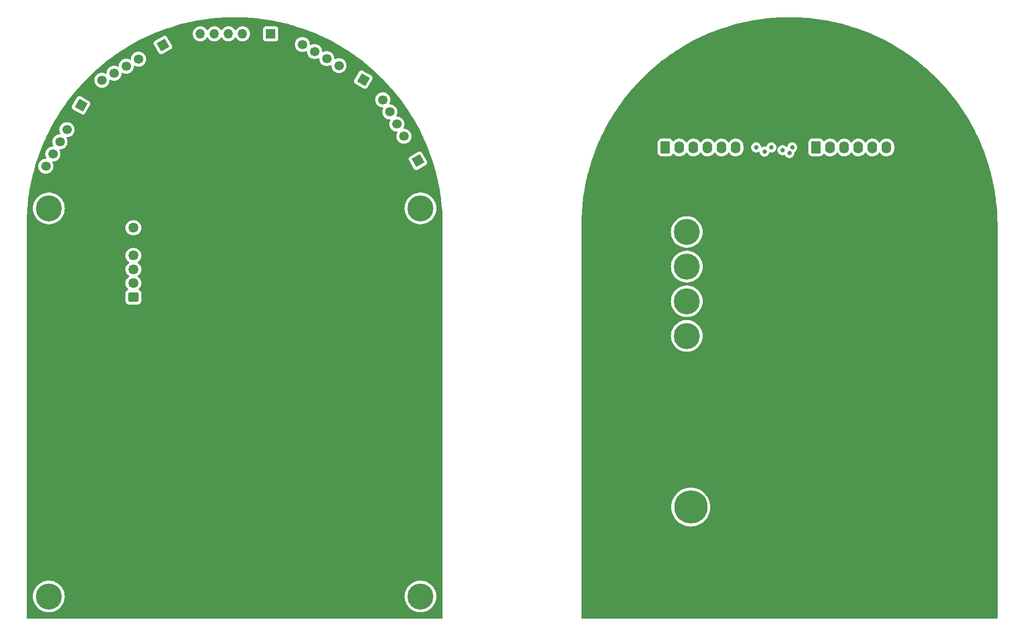
<source format=gbr>
%TF.GenerationSoftware,KiCad,Pcbnew,7.0.10-unknown-202401012134~036241c819~ubuntu22.04.1*%
%TF.CreationDate,2024-01-11T20:57:47+01:00*%
%TF.ProjectId,main_board,6d61696e-5f62-46f6-9172-642e6b696361,rev?*%
%TF.SameCoordinates,Original*%
%TF.FileFunction,Copper,L2,Bot*%
%TF.FilePolarity,Positive*%
%FSLAX46Y46*%
G04 Gerber Fmt 4.6, Leading zero omitted, Abs format (unit mm)*
G04 Created by KiCad (PCBNEW 7.0.10-unknown-202401012134~036241c819~ubuntu22.04.1) date 2024-01-11 20:57:47*
%MOMM*%
%LPD*%
G01*
G04 APERTURE LIST*
G04 Aperture macros list*
%AMRoundRect*
0 Rectangle with rounded corners*
0 $1 Rounding radius*
0 $2 $3 $4 $5 $6 $7 $8 $9 X,Y pos of 4 corners*
0 Add a 4 corners polygon primitive as box body*
4,1,4,$2,$3,$4,$5,$6,$7,$8,$9,$2,$3,0*
0 Add four circle primitives for the rounded corners*
1,1,$1+$1,$2,$3*
1,1,$1+$1,$4,$5*
1,1,$1+$1,$6,$7*
1,1,$1+$1,$8,$9*
0 Add four rect primitives between the rounded corners*
20,1,$1+$1,$2,$3,$4,$5,0*
20,1,$1+$1,$4,$5,$6,$7,0*
20,1,$1+$1,$6,$7,$8,$9,0*
20,1,$1+$1,$8,$9,$2,$3,0*%
%AMHorizOval*
0 Thick line with rounded ends*
0 $1 width*
0 $2 $3 position (X,Y) of the first rounded end (center of the circle)*
0 $4 $5 position (X,Y) of the second rounded end (center of the circle)*
0 Add line between two ends*
20,1,$1,$2,$3,$4,$5,0*
0 Add two circle primitives to create the rounded ends*
1,1,$1,$2,$3*
1,1,$1,$4,$5*%
%AMRotRect*
0 Rectangle, with rotation*
0 The origin of the aperture is its center*
0 $1 length*
0 $2 width*
0 $3 Rotation angle, in degrees counterclockwise*
0 Add horizontal line*
21,1,$1,$2,0,0,$3*%
G04 Aperture macros list end*
%TA.AperFunction,ComponentPad*%
%ADD10C,4.700000*%
%TD*%
%TA.AperFunction,ComponentPad*%
%ADD11RoundRect,1.500000X-1.500000X-1.500000X1.500000X-1.500000X1.500000X1.500000X-1.500000X1.500000X0*%
%TD*%
%TA.AperFunction,ComponentPad*%
%ADD12C,6.000000*%
%TD*%
%TA.AperFunction,ComponentPad*%
%ADD13RoundRect,0.250000X0.675000X-0.600000X0.675000X0.600000X-0.675000X0.600000X-0.675000X-0.600000X0*%
%TD*%
%TA.AperFunction,ComponentPad*%
%ADD14O,1.850000X1.700000*%
%TD*%
%TA.AperFunction,ComponentPad*%
%ADD15RotRect,1.700000X1.700000X150.000000*%
%TD*%
%TA.AperFunction,ComponentPad*%
%ADD16HorizOval,1.700000X0.000000X0.000000X0.000000X0.000000X0*%
%TD*%
%TA.AperFunction,ComponentPad*%
%ADD17RotRect,1.700000X1.700000X120.000000*%
%TD*%
%TA.AperFunction,ComponentPad*%
%ADD18HorizOval,1.700000X0.000000X0.000000X0.000000X0.000000X0*%
%TD*%
%TA.AperFunction,ComponentPad*%
%ADD19R,1.700000X1.700000*%
%TD*%
%TA.AperFunction,ComponentPad*%
%ADD20O,1.700000X1.700000*%
%TD*%
%TA.AperFunction,ComponentPad*%
%ADD21RotRect,1.700000X1.700000X60.000000*%
%TD*%
%TA.AperFunction,ComponentPad*%
%ADD22HorizOval,1.700000X0.000000X0.000000X0.000000X0.000000X0*%
%TD*%
%TA.AperFunction,ComponentPad*%
%ADD23HorizOval,1.700000X0.000000X0.000000X0.000000X0.000000X0*%
%TD*%
%TA.AperFunction,ComponentPad*%
%ADD24RotRect,1.700000X1.700000X30.000000*%
%TD*%
%TA.AperFunction,ComponentPad*%
%ADD25RoundRect,0.250000X-0.620000X-0.845000X0.620000X-0.845000X0.620000X0.845000X-0.620000X0.845000X0*%
%TD*%
%TA.AperFunction,ComponentPad*%
%ADD26O,1.740000X2.190000*%
%TD*%
%TA.AperFunction,ViaPad*%
%ADD27C,0.800000*%
%TD*%
G04 APERTURE END LIST*
D10*
%TO.P,H8,1*%
%TO.N,N/C*%
X204000000Y-109000000D03*
%TD*%
%TO.P,H7,1*%
%TO.N,N/C*%
X204000000Y-102750000D03*
%TD*%
%TO.P,H6,1*%
%TO.N,N/C*%
X204000000Y-96500000D03*
%TD*%
%TO.P,H5,1*%
%TO.N,N/C*%
X204000000Y-90250000D03*
%TD*%
D11*
%TO.P,J9,1,Pin_1*%
%TO.N,GND*%
X197520000Y-139870000D03*
D12*
%TO.P,J9,2,Pin_2*%
%TO.N,VCC*%
X204720000Y-139870000D03*
%TD*%
D10*
%TO.P,H2,1*%
%TO.N,N/C*%
X156000000Y-156000000D03*
%TD*%
D13*
%TO.P,J1,1,Pin_1*%
%TO.N,CTS*%
X104250000Y-102000000D03*
D14*
%TO.P,J1,2,Pin_2*%
%TO.N,RTS*%
X104250000Y-99500000D03*
%TO.P,J1,3,Pin_3*%
%TO.N,TXD*%
X104250000Y-97000000D03*
%TO.P,J1,4,Pin_4*%
%TO.N,RXD*%
X104250000Y-94500000D03*
%TO.P,J1,5,Pin_5*%
%TO.N,GND*%
X104250000Y-92000000D03*
%TO.P,J1,6,Pin_6*%
%TO.N,+3V3*%
X104250000Y-89500000D03*
%TD*%
D15*
%TO.P,J8,1,Pin_1*%
%TO.N,+3V3*%
X94810000Y-67400886D03*
D16*
%TO.P,J8,2,Pin_2*%
%TO.N,GND*%
X93540000Y-69600591D03*
%TO.P,J8,3,Pin_3*%
%TO.N,SCL*%
X92270000Y-71800295D03*
%TO.P,J8,4,Pin_4*%
%TO.N,SDA*%
X91000000Y-74000000D03*
%TO.P,J8,5,Pin_5*%
%TO.N,GPIO5*%
X89730000Y-76199704D03*
%TO.P,J8,6,Pin_6*%
%TO.N,XSHUT5*%
X88460000Y-78399409D03*
%TD*%
D17*
%TO.P,J7,1,Pin_1*%
%TO.N,+3V3*%
X109575762Y-56516166D03*
D18*
%TO.P,J7,2,Pin_2*%
%TO.N,GND*%
X107376057Y-57786166D03*
%TO.P,J7,3,Pin_3*%
%TO.N,SCL*%
X105176353Y-59056166D03*
%TO.P,J7,4,Pin_4*%
%TO.N,SDA*%
X102976648Y-60326166D03*
%TO.P,J7,5,Pin_5*%
%TO.N,GPIO4*%
X100776944Y-61596166D03*
%TO.P,J7,6,Pin_6*%
%TO.N,XSHUT4*%
X98577239Y-62866166D03*
%TD*%
D19*
%TO.P,J6,1,Pin_1*%
%TO.N,+3V3*%
X129000000Y-54500000D03*
D20*
%TO.P,J6,2,Pin_2*%
%TO.N,GND*%
X126460000Y-54500000D03*
%TO.P,J6,3,Pin_3*%
%TO.N,SCL*%
X123920000Y-54500000D03*
%TO.P,J6,4,Pin_4*%
%TO.N,SDA*%
X121380000Y-54500000D03*
%TO.P,J6,5,Pin_5*%
%TO.N,GPIO3*%
X118840000Y-54500000D03*
%TO.P,J6,6,Pin_6*%
%TO.N,XSHUT3*%
X116300000Y-54500000D03*
%TD*%
D21*
%TO.P,J5,1,Pin_1*%
%TO.N,+3V3*%
X145699705Y-62770000D03*
D22*
%TO.P,J5,2,Pin_2*%
%TO.N,GND*%
X143500000Y-61500000D03*
%TO.P,J5,3,Pin_3*%
%TO.N,SCL*%
X141300296Y-60230000D03*
%TO.P,J5,4,Pin_4*%
%TO.N,SDA*%
X139100591Y-58960000D03*
%TO.P,J5,5,Pin_5*%
%TO.N,GPIO2*%
X136900887Y-57690000D03*
%TO.P,J5,6,Pin_6*%
%TO.N,XSHUT2*%
X134701182Y-56420000D03*
%TD*%
D23*
%TO.P,J4,6,Pin_6*%
%TO.N,XSHUT1*%
X149190000Y-66400886D03*
%TO.P,J4,5,Pin_5*%
%TO.N,GPIO1*%
X150460000Y-68600591D03*
%TO.P,J4,4,Pin_4*%
%TO.N,SDA*%
X151730000Y-70800295D03*
%TO.P,J4,3,Pin_3*%
%TO.N,SCL*%
X153000000Y-73000000D03*
%TO.P,J4,2,Pin_2*%
%TO.N,GND*%
X154270000Y-75199704D03*
D24*
%TO.P,J4,1,Pin_1*%
%TO.N,+3V3*%
X155540000Y-77399409D03*
%TD*%
D10*
%TO.P,H4,1*%
%TO.N,N/C*%
X89000000Y-86000000D03*
%TD*%
%TO.P,H3,1*%
%TO.N,N/C*%
X156000000Y-86000000D03*
%TD*%
%TO.P,H1,1*%
%TO.N,N/C*%
X89000000Y-156000000D03*
%TD*%
D25*
%TO.P,J2,1,Pin_1*%
%TO.N,MOTORA+*%
X200130000Y-75000000D03*
D26*
%TO.P,J2,2,Pin_2*%
%TO.N,MOTORA-*%
X202670000Y-75000000D03*
%TO.P,J2,3,Pin_3*%
%TO.N,HALL_MOTORA_A*%
X205210000Y-75000000D03*
%TO.P,J2,4,Pin_4*%
%TO.N,HALL_MOTORA_B*%
X207750000Y-75000000D03*
%TO.P,J2,5,Pin_5*%
%TO.N,HALL+*%
X210290000Y-75000000D03*
%TO.P,J2,6,Pin_6*%
%TO.N,HALL-*%
X212830000Y-75000000D03*
%TD*%
D25*
%TO.P,J3,1,Pin_1*%
%TO.N,MOTORB+*%
X227300000Y-75000000D03*
D26*
%TO.P,J3,2,Pin_2*%
%TO.N,MOTORB-*%
X229840000Y-75000000D03*
%TO.P,J3,3,Pin_3*%
%TO.N,HALL_MOTORB_A*%
X232380000Y-75000000D03*
%TO.P,J3,4,Pin_4*%
%TO.N,HALL_MOTORB_B*%
X234920000Y-75000000D03*
%TO.P,J3,5,Pin_5*%
%TO.N,HALL+*%
X237460000Y-75000000D03*
%TO.P,J3,6,Pin_6*%
%TO.N,HALL-*%
X240000000Y-75000000D03*
%TD*%
D27*
%TO.N,GND*%
X252750000Y-148250000D03*
X248000000Y-153500000D03*
X221500000Y-146250000D03*
X240750000Y-151750000D03*
X235000000Y-148750000D03*
X248000000Y-146000000D03*
X237750000Y-148500000D03*
X238000000Y-151750000D03*
X246500000Y-153500000D03*
X248000000Y-147500000D03*
X252500000Y-145250000D03*
X241000000Y-148500000D03*
X231000000Y-152250000D03*
X244250000Y-147000000D03*
X214500000Y-146250000D03*
X231000000Y-149000000D03*
X234750000Y-152000000D03*
X244250000Y-143000000D03*
X222250000Y-78250000D03*
X225500000Y-81250000D03*
X220750000Y-71000000D03*
X204500000Y-81250000D03*
X222500000Y-84500000D03*
X222000000Y-70750000D03*
X218250000Y-82250000D03*
X222750000Y-82000000D03*
X204500000Y-79250000D03*
X215000000Y-81500000D03*
X229500000Y-84500000D03*
X228750000Y-81750000D03*
X215000000Y-79000000D03*
%TO.N,PWMA*%
X216500000Y-75000000D03*
%TO.N,IN1B*%
X218000000Y-75750000D03*
%TO.N,IN1A*%
X219250000Y-75000000D03*
%TO.N,IN2A*%
X221250000Y-75500000D03*
%TO.N,PWMB*%
X223000000Y-75000000D03*
%TO.N,IN2B*%
X222500000Y-76000000D03*
%TD*%
%TA.AperFunction,Conductor*%
%TO.N,GND*%
G36*
X122832071Y-51505433D02*
G01*
X123388164Y-51514533D01*
X123389997Y-51514578D01*
X124049919Y-51535958D01*
X124051675Y-51536029D01*
X124607388Y-51563330D01*
X124609226Y-51563435D01*
X125268069Y-51606171D01*
X125269942Y-51606309D01*
X125824280Y-51651762D01*
X125826137Y-51651929D01*
X126483270Y-51715979D01*
X126485250Y-51716190D01*
X126599425Y-51729325D01*
X127037678Y-51779743D01*
X127039499Y-51779965D01*
X127694282Y-51865271D01*
X127696414Y-51865568D01*
X128246301Y-51947136D01*
X128247761Y-51947363D01*
X128899902Y-52053902D01*
X128902034Y-52054270D01*
X129448756Y-52153750D01*
X129450200Y-52154023D01*
X130098786Y-52281671D01*
X130100758Y-52282078D01*
X130643752Y-52399353D01*
X130645166Y-52399669D01*
X131289567Y-52548319D01*
X131291614Y-52548811D01*
X131830201Y-52683720D01*
X131831478Y-52684050D01*
X132470982Y-52853555D01*
X132473158Y-52854154D01*
X133006608Y-53006489D01*
X133007981Y-53006891D01*
X133642022Y-53197125D01*
X133644105Y-53197772D01*
X134171905Y-53367357D01*
X134173193Y-53367780D01*
X134801198Y-53578599D01*
X134803273Y-53579318D01*
X135324759Y-53765909D01*
X135326094Y-53766396D01*
X135947272Y-53997562D01*
X135949515Y-53998423D01*
X136464152Y-54201793D01*
X136465342Y-54202272D01*
X137079201Y-54453634D01*
X137081403Y-54454562D01*
X137588524Y-54674407D01*
X137589860Y-54674995D01*
X138144294Y-54923282D01*
X138195619Y-54946266D01*
X138197956Y-54947341D01*
X138696940Y-55183343D01*
X138698241Y-55183968D01*
X139295579Y-55475043D01*
X139297874Y-55476191D01*
X139788246Y-55728073D01*
X139789304Y-55728624D01*
X140377742Y-56039332D01*
X140379932Y-56040519D01*
X140861161Y-56307955D01*
X140862264Y-56308577D01*
X141057682Y-56419999D01*
X141440817Y-56638453D01*
X141443147Y-56639815D01*
X141849984Y-56883664D01*
X141914560Y-56922369D01*
X141915661Y-56923037D01*
X142483952Y-57271919D01*
X142486193Y-57273329D01*
X142947455Y-57570734D01*
X142948512Y-57571424D01*
X143485307Y-57925403D01*
X143505936Y-57939006D01*
X143508241Y-57940564D01*
X143958440Y-58252151D01*
X143959452Y-58252858D01*
X144505690Y-58639011D01*
X144507957Y-58640653D01*
X144946865Y-58966170D01*
X144947819Y-58966885D01*
X145482094Y-59371151D01*
X145484359Y-59372906D01*
X145911439Y-59711861D01*
X145912337Y-59712581D01*
X146434175Y-60134690D01*
X146436413Y-60136544D01*
X146851267Y-60488522D01*
X146851900Y-60489064D01*
X147200027Y-60789821D01*
X147360943Y-60928842D01*
X147363151Y-60930796D01*
X147764972Y-61294985D01*
X147765757Y-61295703D01*
X148021032Y-61531102D01*
X148261355Y-61752713D01*
X148263528Y-61754766D01*
X148652236Y-62130957D01*
X148652818Y-62131526D01*
X149134478Y-62605448D01*
X149136571Y-62607558D01*
X149511535Y-62994998D01*
X149512061Y-62995545D01*
X149582114Y-63069087D01*
X149979433Y-63486194D01*
X149981526Y-63488447D01*
X150342059Y-63886234D01*
X150342688Y-63886933D01*
X150795269Y-64393960D01*
X150797304Y-64396299D01*
X151143249Y-64804043D01*
X151143689Y-64804565D01*
X151260026Y-64943717D01*
X151581142Y-65327810D01*
X151583111Y-65330228D01*
X151914066Y-65747227D01*
X151914514Y-65747797D01*
X152336162Y-66286682D01*
X152338102Y-66289227D01*
X152653494Y-66714483D01*
X152653978Y-66715140D01*
X153059675Y-67269749D01*
X153061554Y-67272391D01*
X153361005Y-67705055D01*
X153361444Y-67705692D01*
X153750714Y-68275701D01*
X153752530Y-68278437D01*
X154036071Y-68718196D01*
X154036465Y-68718813D01*
X154408705Y-69303693D01*
X154410453Y-69306522D01*
X154505580Y-69465231D01*
X154602097Y-69626260D01*
X154677261Y-69751662D01*
X154677558Y-69752160D01*
X155023470Y-70336632D01*
X155032915Y-70352591D01*
X155034581Y-70355497D01*
X155284578Y-70805345D01*
X155284874Y-70805881D01*
X155352398Y-70928894D01*
X155622622Y-71421186D01*
X155624221Y-71424197D01*
X155696490Y-71564891D01*
X155857233Y-71877832D01*
X156039580Y-72237144D01*
X156177262Y-72508447D01*
X156178781Y-72511546D01*
X156394203Y-72967018D01*
X156394443Y-72967529D01*
X156696235Y-73613207D01*
X156697669Y-73616392D01*
X156895321Y-74072320D01*
X156895528Y-74072800D01*
X157178965Y-74734240D01*
X157180311Y-74737509D01*
X157360029Y-75192294D01*
X157360205Y-75192742D01*
X157624970Y-75870422D01*
X157626223Y-75873772D01*
X157787653Y-76324937D01*
X157787801Y-76325351D01*
X158033759Y-77020513D01*
X158034916Y-77023941D01*
X158177921Y-77469015D01*
X158178042Y-77469394D01*
X158404905Y-78183307D01*
X158405962Y-78186811D01*
X158530520Y-78622992D01*
X158533862Y-78634822D01*
X158738004Y-79357540D01*
X158738957Y-79361117D01*
X158844713Y-79783311D01*
X158957554Y-80238685D01*
X159032737Y-80542089D01*
X159033582Y-80545736D01*
X159120339Y-80947429D01*
X159120396Y-80947695D01*
X159288738Y-81735496D01*
X159289473Y-81739210D01*
X159357213Y-82111498D01*
X159357254Y-82111724D01*
X159505778Y-82936679D01*
X159506398Y-82940456D01*
X159554966Y-83267871D01*
X159554993Y-83268058D01*
X159683602Y-84144233D01*
X159684104Y-84148069D01*
X159713452Y-84403173D01*
X159713446Y-84403205D01*
X159713469Y-84403318D01*
X159822041Y-85357009D01*
X159822422Y-85360901D01*
X159832433Y-85482986D01*
X159832437Y-85483092D01*
X159832442Y-85483092D01*
X159920694Y-86570660D01*
X159920954Y-86574667D01*
X159979736Y-87783690D01*
X159979866Y-87787704D01*
X159999484Y-88999012D01*
X159999500Y-89001020D01*
X159999500Y-159875500D01*
X159979815Y-159942539D01*
X159927011Y-159988294D01*
X159875500Y-159999500D01*
X85124500Y-159999500D01*
X85057461Y-159979815D01*
X85011706Y-159927011D01*
X85000500Y-159875500D01*
X85000500Y-156000003D01*
X86144669Y-156000003D01*
X86163976Y-156331484D01*
X86163977Y-156331495D01*
X86221631Y-156658467D01*
X86221634Y-156658481D01*
X86316866Y-156976580D01*
X86448379Y-157281461D01*
X86448385Y-157281474D01*
X86614406Y-157569031D01*
X86812678Y-157835356D01*
X86812683Y-157835362D01*
X86812690Y-157835371D01*
X87040553Y-158076893D01*
X87224689Y-158231400D01*
X87294912Y-158290325D01*
X87294920Y-158290331D01*
X87572330Y-158472787D01*
X87572334Y-158472789D01*
X87869061Y-158621811D01*
X88181082Y-158735377D01*
X88181088Y-158735378D01*
X88181090Y-158735379D01*
X88504161Y-158811949D01*
X88504168Y-158811950D01*
X88504177Y-158811952D01*
X88833977Y-158850500D01*
X88833984Y-158850500D01*
X89166016Y-158850500D01*
X89166023Y-158850500D01*
X89495823Y-158811952D01*
X89495832Y-158811949D01*
X89495838Y-158811949D01*
X89756445Y-158750183D01*
X89818918Y-158735377D01*
X90130939Y-158621811D01*
X90427666Y-158472789D01*
X90705085Y-158290327D01*
X90959447Y-158076893D01*
X91187310Y-157835371D01*
X91385594Y-157569030D01*
X91551617Y-157281470D01*
X91683133Y-156976581D01*
X91778365Y-156658485D01*
X91836024Y-156331484D01*
X91855331Y-156000003D01*
X153144669Y-156000003D01*
X153163976Y-156331484D01*
X153163977Y-156331495D01*
X153221631Y-156658467D01*
X153221634Y-156658481D01*
X153316866Y-156976580D01*
X153448379Y-157281461D01*
X153448385Y-157281474D01*
X153614406Y-157569031D01*
X153812678Y-157835356D01*
X153812683Y-157835362D01*
X153812690Y-157835371D01*
X154040553Y-158076893D01*
X154224689Y-158231400D01*
X154294912Y-158290325D01*
X154294920Y-158290331D01*
X154572330Y-158472787D01*
X154572334Y-158472789D01*
X154869061Y-158621811D01*
X155181082Y-158735377D01*
X155181088Y-158735378D01*
X155181090Y-158735379D01*
X155504161Y-158811949D01*
X155504168Y-158811950D01*
X155504177Y-158811952D01*
X155833977Y-158850500D01*
X155833984Y-158850500D01*
X156166016Y-158850500D01*
X156166023Y-158850500D01*
X156495823Y-158811952D01*
X156495832Y-158811949D01*
X156495838Y-158811949D01*
X156756445Y-158750183D01*
X156818918Y-158735377D01*
X157130939Y-158621811D01*
X157427666Y-158472789D01*
X157705085Y-158290327D01*
X157959447Y-158076893D01*
X158187310Y-157835371D01*
X158385594Y-157569030D01*
X158551617Y-157281470D01*
X158683133Y-156976581D01*
X158778365Y-156658485D01*
X158836024Y-156331484D01*
X158855331Y-156000000D01*
X158836024Y-155668516D01*
X158778365Y-155341515D01*
X158683133Y-155023419D01*
X158551617Y-154718530D01*
X158385594Y-154430970D01*
X158385593Y-154430968D01*
X158187321Y-154164643D01*
X158187314Y-154164635D01*
X158187310Y-154164629D01*
X157959447Y-153923107D01*
X157797153Y-153786926D01*
X157705087Y-153709674D01*
X157705079Y-153709668D01*
X157427669Y-153527212D01*
X157130946Y-153378192D01*
X157130940Y-153378189D01*
X156818930Y-153264627D01*
X156818909Y-153264620D01*
X156495838Y-153188050D01*
X156495823Y-153188048D01*
X156166023Y-153149500D01*
X155833977Y-153149500D01*
X155545402Y-153183229D01*
X155504176Y-153188048D01*
X155504161Y-153188050D01*
X155181090Y-153264620D01*
X155181069Y-153264627D01*
X154869059Y-153378189D01*
X154869053Y-153378192D01*
X154572330Y-153527212D01*
X154294920Y-153709668D01*
X154294912Y-153709674D01*
X154088936Y-153882508D01*
X154040553Y-153923107D01*
X153812690Y-154164629D01*
X153812687Y-154164632D01*
X153812685Y-154164635D01*
X153812678Y-154164643D01*
X153614406Y-154430968D01*
X153448385Y-154718525D01*
X153448379Y-154718538D01*
X153316866Y-155023419D01*
X153221634Y-155341518D01*
X153221631Y-155341532D01*
X153163977Y-155668504D01*
X153163976Y-155668515D01*
X153144669Y-155999996D01*
X153144669Y-156000003D01*
X91855331Y-156000003D01*
X91855331Y-156000000D01*
X91836024Y-155668516D01*
X91778365Y-155341515D01*
X91683133Y-155023419D01*
X91551617Y-154718530D01*
X91385594Y-154430970D01*
X91385593Y-154430968D01*
X91187321Y-154164643D01*
X91187314Y-154164635D01*
X91187310Y-154164629D01*
X90959447Y-153923107D01*
X90797153Y-153786926D01*
X90705087Y-153709674D01*
X90705079Y-153709668D01*
X90427669Y-153527212D01*
X90130946Y-153378192D01*
X90130940Y-153378189D01*
X89818930Y-153264627D01*
X89818909Y-153264620D01*
X89495838Y-153188050D01*
X89495823Y-153188048D01*
X89166023Y-153149500D01*
X88833977Y-153149500D01*
X88545402Y-153183229D01*
X88504176Y-153188048D01*
X88504161Y-153188050D01*
X88181090Y-153264620D01*
X88181069Y-153264627D01*
X87869059Y-153378189D01*
X87869053Y-153378192D01*
X87572330Y-153527212D01*
X87294920Y-153709668D01*
X87294912Y-153709674D01*
X87088936Y-153882508D01*
X87040553Y-153923107D01*
X86812690Y-154164629D01*
X86812687Y-154164632D01*
X86812685Y-154164635D01*
X86812678Y-154164643D01*
X86614406Y-154430968D01*
X86448385Y-154718525D01*
X86448379Y-154718538D01*
X86316866Y-155023419D01*
X86221634Y-155341518D01*
X86221631Y-155341532D01*
X86163977Y-155668504D01*
X86163976Y-155668515D01*
X86144669Y-155999996D01*
X86144669Y-156000003D01*
X85000500Y-156000003D01*
X85000500Y-99500000D01*
X102819341Y-99500000D01*
X102839936Y-99735403D01*
X102839938Y-99735413D01*
X102901094Y-99963655D01*
X102901096Y-99963659D01*
X102901097Y-99963663D01*
X102951031Y-100070746D01*
X103000964Y-100177828D01*
X103000965Y-100177830D01*
X103136505Y-100371402D01*
X103283704Y-100518601D01*
X103317189Y-100579924D01*
X103312205Y-100649616D01*
X103270333Y-100705549D01*
X103261120Y-100711820D01*
X103106347Y-100807285D01*
X103106343Y-100807288D01*
X102982289Y-100931342D01*
X102890187Y-101080663D01*
X102890186Y-101080666D01*
X102835001Y-101247203D01*
X102835001Y-101247204D01*
X102835000Y-101247204D01*
X102824500Y-101349983D01*
X102824500Y-102650001D01*
X102824501Y-102650018D01*
X102835000Y-102752796D01*
X102835001Y-102752799D01*
X102890185Y-102919331D01*
X102890186Y-102919334D01*
X102982288Y-103068656D01*
X103106344Y-103192712D01*
X103255666Y-103284814D01*
X103422203Y-103339999D01*
X103524991Y-103350500D01*
X104975008Y-103350499D01*
X105077797Y-103339999D01*
X105244334Y-103284814D01*
X105393656Y-103192712D01*
X105517712Y-103068656D01*
X105609814Y-102919334D01*
X105664999Y-102752797D01*
X105675500Y-102650009D01*
X105675499Y-101349992D01*
X105664999Y-101247203D01*
X105609814Y-101080666D01*
X105517712Y-100931344D01*
X105393656Y-100807288D01*
X105312658Y-100757328D01*
X105238879Y-100711821D01*
X105192155Y-100659873D01*
X105180932Y-100590910D01*
X105208776Y-100526828D01*
X105216295Y-100518601D01*
X105363495Y-100371401D01*
X105499035Y-100177830D01*
X105598903Y-99963663D01*
X105660063Y-99735408D01*
X105680659Y-99500000D01*
X105660063Y-99264592D01*
X105598903Y-99036337D01*
X105499035Y-98822171D01*
X105499034Y-98822169D01*
X105363494Y-98628597D01*
X105196403Y-98461506D01*
X105140187Y-98422144D01*
X105039401Y-98351573D01*
X104995778Y-98296999D01*
X104988584Y-98227500D01*
X105020106Y-98165145D01*
X105039398Y-98148428D01*
X105196401Y-98038495D01*
X105363495Y-97871401D01*
X105499035Y-97677830D01*
X105598903Y-97463663D01*
X105660063Y-97235408D01*
X105680659Y-97000000D01*
X105660063Y-96764592D01*
X105598903Y-96536337D01*
X105499035Y-96322171D01*
X105499034Y-96322169D01*
X105363494Y-96128597D01*
X105196403Y-95961506D01*
X105140187Y-95922144D01*
X105039401Y-95851573D01*
X104995778Y-95796999D01*
X104988584Y-95727500D01*
X105020106Y-95665145D01*
X105039398Y-95648428D01*
X105196401Y-95538495D01*
X105363495Y-95371401D01*
X105499035Y-95177830D01*
X105598903Y-94963663D01*
X105660063Y-94735408D01*
X105680659Y-94500000D01*
X105660063Y-94264592D01*
X105598903Y-94036337D01*
X105499035Y-93822171D01*
X105499034Y-93822169D01*
X105363494Y-93628597D01*
X105196402Y-93461505D01*
X105002830Y-93325965D01*
X105002828Y-93325964D01*
X104895746Y-93276031D01*
X104788663Y-93226097D01*
X104788659Y-93226096D01*
X104788655Y-93226094D01*
X104560413Y-93164938D01*
X104560403Y-93164936D01*
X104383967Y-93149500D01*
X104383966Y-93149500D01*
X104116034Y-93149500D01*
X104116033Y-93149500D01*
X103939596Y-93164936D01*
X103939586Y-93164938D01*
X103711344Y-93226094D01*
X103711335Y-93226098D01*
X103497171Y-93325964D01*
X103497169Y-93325965D01*
X103303597Y-93461505D01*
X103136506Y-93628597D01*
X103136501Y-93628604D01*
X103000967Y-93822165D01*
X103000965Y-93822169D01*
X102901098Y-94036335D01*
X102901094Y-94036344D01*
X102839938Y-94264586D01*
X102839936Y-94264596D01*
X102819341Y-94499999D01*
X102819341Y-94500000D01*
X102839936Y-94735403D01*
X102839938Y-94735413D01*
X102901094Y-94963655D01*
X102901096Y-94963659D01*
X102901097Y-94963663D01*
X102951031Y-95070746D01*
X103000964Y-95177828D01*
X103000965Y-95177830D01*
X103136505Y-95371402D01*
X103303597Y-95538494D01*
X103460595Y-95648425D01*
X103504220Y-95703002D01*
X103511414Y-95772500D01*
X103479891Y-95834855D01*
X103460595Y-95851575D01*
X103303597Y-95961505D01*
X103136506Y-96128597D01*
X103136501Y-96128604D01*
X103000967Y-96322165D01*
X103000965Y-96322169D01*
X102901098Y-96536335D01*
X102901094Y-96536344D01*
X102839938Y-96764586D01*
X102839936Y-96764596D01*
X102819341Y-96999999D01*
X102819341Y-97000000D01*
X102839936Y-97235403D01*
X102839938Y-97235413D01*
X102901094Y-97463655D01*
X102901096Y-97463659D01*
X102901097Y-97463663D01*
X102951031Y-97570746D01*
X103000964Y-97677828D01*
X103000965Y-97677830D01*
X103136505Y-97871402D01*
X103303597Y-98038494D01*
X103460595Y-98148425D01*
X103504220Y-98203002D01*
X103511414Y-98272500D01*
X103479891Y-98334855D01*
X103460595Y-98351575D01*
X103303597Y-98461505D01*
X103136506Y-98628597D01*
X103136501Y-98628604D01*
X103000967Y-98822165D01*
X103000965Y-98822169D01*
X102901098Y-99036335D01*
X102901094Y-99036344D01*
X102839938Y-99264586D01*
X102839936Y-99264596D01*
X102819341Y-99499999D01*
X102819341Y-99500000D01*
X85000500Y-99500000D01*
X85000500Y-89500000D01*
X102819341Y-89500000D01*
X102839936Y-89735403D01*
X102839938Y-89735413D01*
X102901094Y-89963655D01*
X102901096Y-89963659D01*
X102901097Y-89963663D01*
X102951031Y-90070746D01*
X103000964Y-90177828D01*
X103000965Y-90177830D01*
X103136505Y-90371402D01*
X103303597Y-90538494D01*
X103497169Y-90674034D01*
X103497171Y-90674035D01*
X103711337Y-90773903D01*
X103939592Y-90835063D01*
X104116032Y-90850499D01*
X104116033Y-90850500D01*
X104116034Y-90850500D01*
X104383967Y-90850500D01*
X104383967Y-90850499D01*
X104560408Y-90835063D01*
X104788663Y-90773903D01*
X105002829Y-90674035D01*
X105196401Y-90538495D01*
X105363495Y-90371401D01*
X105499035Y-90177830D01*
X105598903Y-89963663D01*
X105660063Y-89735408D01*
X105680659Y-89500000D01*
X105660063Y-89264592D01*
X105598903Y-89036337D01*
X105499035Y-88822171D01*
X105499034Y-88822169D01*
X105363494Y-88628597D01*
X105196402Y-88461505D01*
X105002830Y-88325965D01*
X105002828Y-88325964D01*
X104895746Y-88276031D01*
X104788663Y-88226097D01*
X104788659Y-88226096D01*
X104788655Y-88226094D01*
X104560413Y-88164938D01*
X104560403Y-88164936D01*
X104383967Y-88149500D01*
X104383966Y-88149500D01*
X104116034Y-88149500D01*
X104116033Y-88149500D01*
X103939596Y-88164936D01*
X103939586Y-88164938D01*
X103711344Y-88226094D01*
X103711335Y-88226098D01*
X103497171Y-88325964D01*
X103497169Y-88325965D01*
X103303597Y-88461505D01*
X103136506Y-88628597D01*
X103136501Y-88628604D01*
X103000967Y-88822165D01*
X103000965Y-88822169D01*
X102901098Y-89036335D01*
X102901094Y-89036344D01*
X102839938Y-89264586D01*
X102839936Y-89264596D01*
X102819341Y-89499999D01*
X102819341Y-89500000D01*
X85000500Y-89500000D01*
X85000500Y-89001020D01*
X85000516Y-88999012D01*
X85003545Y-88811952D01*
X85020133Y-87787675D01*
X85020263Y-87783690D01*
X85030700Y-87569030D01*
X85079047Y-86574629D01*
X85079302Y-86570697D01*
X85125612Y-86000003D01*
X86144669Y-86000003D01*
X86163976Y-86331484D01*
X86163977Y-86331495D01*
X86221631Y-86658467D01*
X86221634Y-86658481D01*
X86316866Y-86976580D01*
X86448379Y-87281461D01*
X86448385Y-87281474D01*
X86614406Y-87569031D01*
X86812678Y-87835356D01*
X86812683Y-87835362D01*
X86812690Y-87835371D01*
X87040553Y-88076893D01*
X87224689Y-88231400D01*
X87294912Y-88290325D01*
X87294920Y-88290331D01*
X87572330Y-88472787D01*
X87572334Y-88472789D01*
X87869061Y-88621811D01*
X88181082Y-88735377D01*
X88181088Y-88735378D01*
X88181090Y-88735379D01*
X88504161Y-88811949D01*
X88504168Y-88811950D01*
X88504177Y-88811952D01*
X88833977Y-88850500D01*
X88833984Y-88850500D01*
X89166016Y-88850500D01*
X89166023Y-88850500D01*
X89495823Y-88811952D01*
X89495832Y-88811949D01*
X89495838Y-88811949D01*
X89756445Y-88750183D01*
X89818918Y-88735377D01*
X90130939Y-88621811D01*
X90427666Y-88472789D01*
X90705085Y-88290327D01*
X90959447Y-88076893D01*
X91187310Y-87835371D01*
X91385594Y-87569030D01*
X91551617Y-87281470D01*
X91683133Y-86976581D01*
X91778365Y-86658485D01*
X91836024Y-86331484D01*
X91855331Y-86000003D01*
X153144669Y-86000003D01*
X153163976Y-86331484D01*
X153163977Y-86331495D01*
X153221631Y-86658467D01*
X153221634Y-86658481D01*
X153316866Y-86976580D01*
X153448379Y-87281461D01*
X153448385Y-87281474D01*
X153614406Y-87569031D01*
X153812678Y-87835356D01*
X153812683Y-87835362D01*
X153812690Y-87835371D01*
X154040553Y-88076893D01*
X154224689Y-88231400D01*
X154294912Y-88290325D01*
X154294920Y-88290331D01*
X154572330Y-88472787D01*
X154572334Y-88472789D01*
X154869061Y-88621811D01*
X155181082Y-88735377D01*
X155181088Y-88735378D01*
X155181090Y-88735379D01*
X155504161Y-88811949D01*
X155504168Y-88811950D01*
X155504177Y-88811952D01*
X155833977Y-88850500D01*
X155833984Y-88850500D01*
X156166016Y-88850500D01*
X156166023Y-88850500D01*
X156495823Y-88811952D01*
X156495832Y-88811949D01*
X156495838Y-88811949D01*
X156756445Y-88750183D01*
X156818918Y-88735377D01*
X157130939Y-88621811D01*
X157427666Y-88472789D01*
X157705085Y-88290327D01*
X157959447Y-88076893D01*
X158187310Y-87835371D01*
X158385594Y-87569030D01*
X158551617Y-87281470D01*
X158683133Y-86976581D01*
X158778365Y-86658485D01*
X158836024Y-86331484D01*
X158855331Y-86000000D01*
X158853382Y-85966545D01*
X158851501Y-85934255D01*
X158836024Y-85668516D01*
X158778365Y-85341515D01*
X158683133Y-85023419D01*
X158551617Y-84718530D01*
X158385594Y-84430970D01*
X158364900Y-84403173D01*
X158187321Y-84164643D01*
X158187314Y-84164635D01*
X158187310Y-84164629D01*
X157959447Y-83923107D01*
X157797153Y-83786926D01*
X157705087Y-83709674D01*
X157705079Y-83709668D01*
X157427669Y-83527212D01*
X157130946Y-83378192D01*
X157130940Y-83378189D01*
X156818930Y-83264627D01*
X156818909Y-83264620D01*
X156495838Y-83188050D01*
X156495823Y-83188048D01*
X156166023Y-83149500D01*
X155833977Y-83149500D01*
X155545402Y-83183229D01*
X155504176Y-83188048D01*
X155504161Y-83188050D01*
X155181090Y-83264620D01*
X155181069Y-83264627D01*
X154869059Y-83378189D01*
X154869053Y-83378192D01*
X154572330Y-83527212D01*
X154294920Y-83709668D01*
X154294912Y-83709674D01*
X154088936Y-83882508D01*
X154040553Y-83923107D01*
X153812690Y-84164629D01*
X153812687Y-84164632D01*
X153812685Y-84164635D01*
X153812678Y-84164643D01*
X153614406Y-84430968D01*
X153448385Y-84718525D01*
X153448379Y-84718538D01*
X153316866Y-85023419D01*
X153221634Y-85341518D01*
X153221631Y-85341532D01*
X153163977Y-85668504D01*
X153163976Y-85668515D01*
X153144669Y-85999996D01*
X153144669Y-86000003D01*
X91855331Y-86000003D01*
X91855331Y-86000000D01*
X91853382Y-85966545D01*
X91851501Y-85934255D01*
X91836024Y-85668516D01*
X91778365Y-85341515D01*
X91683133Y-85023419D01*
X91551617Y-84718530D01*
X91385594Y-84430970D01*
X91364900Y-84403173D01*
X91187321Y-84164643D01*
X91187314Y-84164635D01*
X91187310Y-84164629D01*
X90959447Y-83923107D01*
X90797153Y-83786926D01*
X90705087Y-83709674D01*
X90705079Y-83709668D01*
X90427669Y-83527212D01*
X90130946Y-83378192D01*
X90130940Y-83378189D01*
X89818930Y-83264627D01*
X89818909Y-83264620D01*
X89495838Y-83188050D01*
X89495823Y-83188048D01*
X89166023Y-83149500D01*
X88833977Y-83149500D01*
X88545402Y-83183229D01*
X88504176Y-83188048D01*
X88504161Y-83188050D01*
X88181090Y-83264620D01*
X88181069Y-83264627D01*
X87869059Y-83378189D01*
X87869053Y-83378192D01*
X87572330Y-83527212D01*
X87294920Y-83709668D01*
X87294912Y-83709674D01*
X87088936Y-83882508D01*
X87040553Y-83923107D01*
X86812690Y-84164629D01*
X86812687Y-84164632D01*
X86812685Y-84164635D01*
X86812678Y-84164643D01*
X86614406Y-84430968D01*
X86448385Y-84718525D01*
X86448379Y-84718538D01*
X86316866Y-85023419D01*
X86221634Y-85341518D01*
X86221631Y-85341532D01*
X86163977Y-85668504D01*
X86163976Y-85668515D01*
X86144669Y-85999996D01*
X86144669Y-86000003D01*
X85125612Y-86000003D01*
X85167557Y-85483092D01*
X85167572Y-85483093D01*
X85167565Y-85482993D01*
X85177579Y-85360866D01*
X85177953Y-85357045D01*
X85286530Y-84403311D01*
X85286587Y-84403178D01*
X85286546Y-84403174D01*
X85286608Y-84402631D01*
X85315901Y-84148006D01*
X85316386Y-84144306D01*
X85445046Y-83267783D01*
X85493611Y-82940389D01*
X85494207Y-82936757D01*
X85642849Y-82111148D01*
X85710546Y-81739099D01*
X85711236Y-81735612D01*
X85879686Y-80947304D01*
X85966435Y-80545652D01*
X85967238Y-80542187D01*
X86155351Y-79783051D01*
X86261052Y-79361075D01*
X86261982Y-79357582D01*
X86469487Y-78622964D01*
X86533326Y-78399409D01*
X87104341Y-78399409D01*
X87124936Y-78634812D01*
X87124938Y-78634822D01*
X87186094Y-78863064D01*
X87186096Y-78863068D01*
X87186097Y-78863072D01*
X87285965Y-79077239D01*
X87285967Y-79077243D01*
X87394281Y-79231930D01*
X87421505Y-79270810D01*
X87588599Y-79437904D01*
X87685384Y-79505674D01*
X87782165Y-79573441D01*
X87782167Y-79573442D01*
X87782170Y-79573444D01*
X87996337Y-79673312D01*
X88224592Y-79734472D01*
X88412918Y-79750948D01*
X88459999Y-79755068D01*
X88460000Y-79755068D01*
X88460001Y-79755068D01*
X88499234Y-79751635D01*
X88695408Y-79734472D01*
X88923663Y-79673312D01*
X89137830Y-79573444D01*
X89331401Y-79437904D01*
X89498495Y-79270810D01*
X89634035Y-79077239D01*
X89733903Y-78863072D01*
X89795063Y-78634817D01*
X89815659Y-78399409D01*
X89795063Y-78164001D01*
X89733903Y-77935746D01*
X89638168Y-77730443D01*
X89627676Y-77661365D01*
X89656196Y-77597581D01*
X89714672Y-77559342D01*
X89739737Y-77554511D01*
X89965408Y-77534767D01*
X90193663Y-77473607D01*
X90407830Y-77373739D01*
X90601401Y-77238199D01*
X90739278Y-77100322D01*
X153873373Y-77100322D01*
X153897241Y-77242248D01*
X153921499Y-77297085D01*
X154819369Y-78852237D01*
X154819371Y-78852241D01*
X154844865Y-78887156D01*
X154854725Y-78900659D01*
X154965704Y-78992292D01*
X154965706Y-78992294D01*
X155025533Y-79017913D01*
X155098007Y-79048948D01*
X155240912Y-79066035D01*
X155240913Y-79066035D01*
X155288221Y-79058079D01*
X155382841Y-79042167D01*
X155437669Y-79017913D01*
X156992829Y-78120039D01*
X157041250Y-78084684D01*
X157132884Y-77973704D01*
X157189539Y-77841402D01*
X157206626Y-77698497D01*
X157182758Y-77556568D01*
X157158504Y-77501740D01*
X157158502Y-77501736D01*
X157158500Y-77501732D01*
X156260630Y-75946580D01*
X156260628Y-75946576D01*
X156240911Y-75919574D01*
X156225275Y-75898159D01*
X156114295Y-75806525D01*
X156114293Y-75806523D01*
X155981994Y-75749870D01*
X155839087Y-75732782D01*
X155839086Y-75732782D01*
X155697160Y-75756650D01*
X155642323Y-75780908D01*
X154087171Y-76678778D01*
X154087167Y-76678780D01*
X154038751Y-76714133D01*
X154038747Y-76714137D01*
X153947116Y-76825113D01*
X153947114Y-76825115D01*
X153890461Y-76957414D01*
X153873373Y-77100321D01*
X153873373Y-77100322D01*
X90739278Y-77100322D01*
X90768495Y-77071105D01*
X90904035Y-76877534D01*
X91003903Y-76663367D01*
X91065063Y-76435112D01*
X91085659Y-76199704D01*
X91065063Y-75964296D01*
X91009425Y-75756650D01*
X91003905Y-75736048D01*
X91003902Y-75736039D01*
X90908168Y-75530739D01*
X90897676Y-75461662D01*
X90926196Y-75397878D01*
X90984672Y-75359638D01*
X91009737Y-75354807D01*
X91235408Y-75335063D01*
X91463663Y-75273903D01*
X91677830Y-75174035D01*
X91871401Y-75038495D01*
X92038495Y-74871401D01*
X92174035Y-74677830D01*
X92273903Y-74463663D01*
X92335063Y-74235408D01*
X92355659Y-74000000D01*
X92335063Y-73764592D01*
X92273903Y-73536337D01*
X92178168Y-73331034D01*
X92167676Y-73261956D01*
X92196196Y-73198172D01*
X92254672Y-73159933D01*
X92279737Y-73155102D01*
X92505408Y-73135358D01*
X92733663Y-73074198D01*
X92947830Y-72974330D01*
X93141401Y-72838790D01*
X93308495Y-72671696D01*
X93444035Y-72478125D01*
X93543903Y-72263958D01*
X93605063Y-72035703D01*
X93625659Y-71800295D01*
X93605063Y-71564887D01*
X93543903Y-71336632D01*
X93444035Y-71122466D01*
X93383284Y-71035703D01*
X93308494Y-70928892D01*
X93141402Y-70761801D01*
X93141395Y-70761796D01*
X92947834Y-70626262D01*
X92947830Y-70626260D01*
X92947828Y-70626259D01*
X92733663Y-70526392D01*
X92733659Y-70526391D01*
X92733655Y-70526389D01*
X92505413Y-70465233D01*
X92505403Y-70465231D01*
X92270001Y-70444636D01*
X92269999Y-70444636D01*
X92034596Y-70465231D01*
X92034586Y-70465233D01*
X91806344Y-70526389D01*
X91806335Y-70526393D01*
X91592171Y-70626259D01*
X91592169Y-70626260D01*
X91398597Y-70761800D01*
X91231505Y-70928892D01*
X91095965Y-71122464D01*
X91095964Y-71122466D01*
X90996098Y-71336630D01*
X90996094Y-71336639D01*
X90934938Y-71564881D01*
X90934936Y-71564891D01*
X90914341Y-71800294D01*
X90914341Y-71800295D01*
X90934936Y-72035698D01*
X90934938Y-72035708D01*
X90996094Y-72263950D01*
X90996096Y-72263954D01*
X90996097Y-72263958D01*
X91027375Y-72331034D01*
X91091831Y-72469260D01*
X91102323Y-72538338D01*
X91073803Y-72602122D01*
X91015327Y-72640361D01*
X90990257Y-72645193D01*
X90764596Y-72664936D01*
X90764586Y-72664938D01*
X90536344Y-72726094D01*
X90536335Y-72726098D01*
X90322171Y-72825964D01*
X90322169Y-72825965D01*
X90128597Y-72961505D01*
X89961505Y-73128597D01*
X89825965Y-73322169D01*
X89825964Y-73322171D01*
X89726098Y-73536335D01*
X89726094Y-73536344D01*
X89664938Y-73764586D01*
X89664936Y-73764596D01*
X89644341Y-73999999D01*
X89644341Y-74000000D01*
X89664936Y-74235403D01*
X89664938Y-74235413D01*
X89726094Y-74463655D01*
X89726096Y-74463659D01*
X89726097Y-74463663D01*
X89821831Y-74668964D01*
X89832323Y-74738042D01*
X89803803Y-74801826D01*
X89745327Y-74840065D01*
X89720257Y-74844897D01*
X89494596Y-74864640D01*
X89494586Y-74864642D01*
X89266344Y-74925798D01*
X89266335Y-74925802D01*
X89052171Y-75025668D01*
X89052169Y-75025669D01*
X88858597Y-75161209D01*
X88691505Y-75328301D01*
X88555965Y-75521873D01*
X88555964Y-75521875D01*
X88456098Y-75736039D01*
X88456094Y-75736048D01*
X88394938Y-75964290D01*
X88394936Y-75964300D01*
X88374341Y-76199703D01*
X88374341Y-76199704D01*
X88394936Y-76435107D01*
X88394938Y-76435117D01*
X88456094Y-76663359D01*
X88456096Y-76663363D01*
X88456097Y-76663367D01*
X88479770Y-76714133D01*
X88551831Y-76868669D01*
X88562323Y-76937747D01*
X88533803Y-77001531D01*
X88475327Y-77039770D01*
X88450257Y-77044602D01*
X88224596Y-77064345D01*
X88224586Y-77064347D01*
X87996344Y-77125503D01*
X87996335Y-77125507D01*
X87782171Y-77225373D01*
X87782169Y-77225374D01*
X87588597Y-77360914D01*
X87421505Y-77528006D01*
X87285965Y-77721578D01*
X87285964Y-77721580D01*
X87186098Y-77935744D01*
X87186094Y-77935753D01*
X87124938Y-78163995D01*
X87124936Y-78164005D01*
X87104341Y-78399408D01*
X87104341Y-78399409D01*
X86533326Y-78399409D01*
X86594065Y-78186712D01*
X86595062Y-78183406D01*
X86821983Y-77469309D01*
X86965114Y-77023845D01*
X86966198Y-77020631D01*
X87212243Y-76325225D01*
X87373816Y-75873661D01*
X87374987Y-75870531D01*
X87639918Y-75192423D01*
X87819721Y-74737424D01*
X87820996Y-74734328D01*
X88104614Y-74072467D01*
X88302376Y-73616285D01*
X88303714Y-73613315D01*
X88605772Y-72967066D01*
X88821260Y-72511457D01*
X88822691Y-72508537D01*
X89142823Y-71877720D01*
X89375822Y-71424110D01*
X89377329Y-71421273D01*
X89715279Y-70805601D01*
X89965480Y-70355384D01*
X89967009Y-70352719D01*
X90322587Y-69751914D01*
X90589588Y-69306451D01*
X90591247Y-69303766D01*
X90963851Y-68718314D01*
X91247514Y-68278366D01*
X91249235Y-68275774D01*
X91638785Y-67705355D01*
X91642510Y-67699973D01*
X93143373Y-67699973D01*
X93160461Y-67842880D01*
X93217114Y-67975179D01*
X93217116Y-67975181D01*
X93308748Y-68086159D01*
X93308752Y-68086163D01*
X93357164Y-68121514D01*
X93357172Y-68121519D01*
X93624224Y-68275701D01*
X94912330Y-69019388D01*
X94967159Y-69043644D01*
X95073605Y-69061545D01*
X95109087Y-69067512D01*
X95109087Y-69067511D01*
X95109088Y-69067512D01*
X95251993Y-69050425D01*
X95384295Y-68993770D01*
X95495275Y-68902136D01*
X95530631Y-68853717D01*
X96428502Y-67298556D01*
X96452758Y-67243727D01*
X96476626Y-67101798D01*
X96459539Y-66958893D01*
X96415783Y-66856712D01*
X96402885Y-66826592D01*
X96402883Y-66826590D01*
X96311251Y-66715612D01*
X96311247Y-66715608D01*
X96262835Y-66680257D01*
X96262827Y-66680252D01*
X95778949Y-66400886D01*
X147834341Y-66400886D01*
X147854936Y-66636289D01*
X147854938Y-66636299D01*
X147916094Y-66864541D01*
X147916096Y-66864545D01*
X147916097Y-66864549D01*
X148011831Y-67069851D01*
X148015965Y-67078716D01*
X148015967Y-67078720D01*
X148115125Y-67220331D01*
X148151505Y-67272287D01*
X148318599Y-67439381D01*
X148409765Y-67503216D01*
X148512165Y-67574918D01*
X148512167Y-67574919D01*
X148512170Y-67574921D01*
X148726337Y-67674789D01*
X148954592Y-67735949D01*
X149180258Y-67755692D01*
X149245326Y-67781144D01*
X149286305Y-67837735D01*
X149290183Y-67907497D01*
X149281832Y-67931625D01*
X149186098Y-68136926D01*
X149186094Y-68136935D01*
X149124938Y-68365177D01*
X149124936Y-68365187D01*
X149104341Y-68600590D01*
X149104341Y-68600591D01*
X149124936Y-68835994D01*
X149124938Y-68836004D01*
X149186094Y-69064246D01*
X149186096Y-69064250D01*
X149186097Y-69064254D01*
X149281831Y-69269555D01*
X149285965Y-69278421D01*
X149285967Y-69278425D01*
X149385124Y-69420035D01*
X149421505Y-69471992D01*
X149588599Y-69639086D01*
X149685384Y-69706856D01*
X149782165Y-69774623D01*
X149782167Y-69774624D01*
X149782170Y-69774626D01*
X149996337Y-69874494D01*
X150224592Y-69935654D01*
X150450257Y-69955397D01*
X150515325Y-69980849D01*
X150556304Y-70037440D01*
X150560182Y-70107202D01*
X150551831Y-70131330D01*
X150456098Y-70336630D01*
X150456094Y-70336639D01*
X150394938Y-70564881D01*
X150394936Y-70564891D01*
X150374341Y-70800294D01*
X150374341Y-70800295D01*
X150394936Y-71035698D01*
X150394938Y-71035708D01*
X150456094Y-71263950D01*
X150456096Y-71263954D01*
X150456097Y-71263958D01*
X150489985Y-71336630D01*
X150555965Y-71478125D01*
X150555967Y-71478129D01*
X150616712Y-71564881D01*
X150691505Y-71671696D01*
X150858599Y-71838790D01*
X150915024Y-71878299D01*
X151052165Y-71974327D01*
X151052167Y-71974328D01*
X151052170Y-71974330D01*
X151266337Y-72074198D01*
X151494592Y-72135358D01*
X151720258Y-72155101D01*
X151785326Y-72180553D01*
X151826305Y-72237144D01*
X151830183Y-72306906D01*
X151821832Y-72331034D01*
X151726098Y-72536335D01*
X151726094Y-72536344D01*
X151664938Y-72764586D01*
X151664936Y-72764596D01*
X151644341Y-72999999D01*
X151644341Y-73000000D01*
X151664936Y-73235403D01*
X151664938Y-73235413D01*
X151726094Y-73463655D01*
X151726096Y-73463659D01*
X151726097Y-73463663D01*
X151759985Y-73536335D01*
X151825965Y-73677830D01*
X151825967Y-73677834D01*
X151886712Y-73764586D01*
X151961505Y-73871401D01*
X152128599Y-74038495D01*
X152176906Y-74072320D01*
X152322165Y-74174032D01*
X152322167Y-74174033D01*
X152322170Y-74174035D01*
X152536337Y-74273903D01*
X152764592Y-74335063D01*
X152952918Y-74351539D01*
X152999999Y-74355659D01*
X153000000Y-74355659D01*
X153000001Y-74355659D01*
X153039234Y-74352226D01*
X153235408Y-74335063D01*
X153463663Y-74273903D01*
X153677830Y-74174035D01*
X153871401Y-74038495D01*
X154038495Y-73871401D01*
X154174035Y-73677830D01*
X154273903Y-73463663D01*
X154335063Y-73235408D01*
X154355659Y-73000000D01*
X154335063Y-72764592D01*
X154273903Y-72536337D01*
X154174035Y-72322171D01*
X154163347Y-72306906D01*
X154038494Y-72128597D01*
X153871402Y-71961506D01*
X153871395Y-71961501D01*
X153677834Y-71825967D01*
X153677830Y-71825965D01*
X153463663Y-71726097D01*
X153463659Y-71726096D01*
X153463655Y-71726094D01*
X153235413Y-71664938D01*
X153235403Y-71664936D01*
X153009742Y-71645193D01*
X152944674Y-71619740D01*
X152903695Y-71563149D01*
X152899817Y-71493387D01*
X152908165Y-71469266D01*
X153003903Y-71263958D01*
X153065063Y-71035703D01*
X153085659Y-70800295D01*
X153065063Y-70564887D01*
X153003903Y-70336632D01*
X152904035Y-70122466D01*
X152844500Y-70037440D01*
X152768494Y-69928892D01*
X152601402Y-69761801D01*
X152601395Y-69761796D01*
X152407834Y-69626262D01*
X152407830Y-69626260D01*
X152193663Y-69526392D01*
X152193659Y-69526391D01*
X152193655Y-69526389D01*
X151965413Y-69465233D01*
X151965403Y-69465231D01*
X151739742Y-69445488D01*
X151674674Y-69420035D01*
X151633695Y-69363444D01*
X151629817Y-69293682D01*
X151638164Y-69269565D01*
X151733903Y-69064254D01*
X151795063Y-68835999D01*
X151815659Y-68600591D01*
X151795063Y-68365183D01*
X151733903Y-68136928D01*
X151634035Y-67922762D01*
X151623347Y-67907497D01*
X151498494Y-67729188D01*
X151331402Y-67562097D01*
X151331395Y-67562092D01*
X151325615Y-67558045D01*
X151247312Y-67503216D01*
X151137834Y-67426558D01*
X151137830Y-67426556D01*
X150923663Y-67326688D01*
X150923659Y-67326687D01*
X150923655Y-67326685D01*
X150695413Y-67265529D01*
X150695403Y-67265527D01*
X150469742Y-67245784D01*
X150404674Y-67220331D01*
X150363695Y-67163740D01*
X150359817Y-67093978D01*
X150368165Y-67069857D01*
X150463903Y-66864549D01*
X150525063Y-66636294D01*
X150545659Y-66400886D01*
X150525063Y-66165478D01*
X150463903Y-65937223D01*
X150364035Y-65723057D01*
X150228495Y-65529485D01*
X150228494Y-65529483D01*
X150061402Y-65362392D01*
X150061395Y-65362387D01*
X149867834Y-65226853D01*
X149867830Y-65226851D01*
X149867828Y-65226850D01*
X149653663Y-65126983D01*
X149653659Y-65126982D01*
X149653655Y-65126980D01*
X149425413Y-65065824D01*
X149425403Y-65065822D01*
X149190001Y-65045227D01*
X149189999Y-65045227D01*
X148954596Y-65065822D01*
X148954586Y-65065824D01*
X148726344Y-65126980D01*
X148726335Y-65126984D01*
X148512171Y-65226850D01*
X148512169Y-65226851D01*
X148318597Y-65362391D01*
X148151505Y-65529483D01*
X148015965Y-65723055D01*
X148015964Y-65723057D01*
X147916098Y-65937221D01*
X147916094Y-65937230D01*
X147854938Y-66165472D01*
X147854936Y-66165482D01*
X147834341Y-66400885D01*
X147834341Y-66400886D01*
X95778949Y-66400886D01*
X94994612Y-65948050D01*
X94707670Y-65782384D01*
X94652841Y-65758128D01*
X94652838Y-65758127D01*
X94652837Y-65758127D01*
X94510912Y-65734259D01*
X94368005Y-65751347D01*
X94235706Y-65808000D01*
X94235704Y-65808002D01*
X94124726Y-65899634D01*
X94124722Y-65899638D01*
X94089371Y-65948050D01*
X94089366Y-65948058D01*
X93191498Y-67503216D01*
X93167241Y-67558048D01*
X93143373Y-67699972D01*
X93143373Y-67699973D01*
X91642510Y-67699973D01*
X91938517Y-67272288D01*
X91940275Y-67269816D01*
X92346337Y-66714708D01*
X92661954Y-66289149D01*
X92663773Y-66286764D01*
X93085812Y-65747379D01*
X93416963Y-65330132D01*
X93418790Y-65327890D01*
X93856603Y-64804214D01*
X94202772Y-64396207D01*
X94204636Y-64394066D01*
X94657429Y-63886800D01*
X94657818Y-63886368D01*
X95018515Y-63488399D01*
X95020520Y-63486241D01*
X95488275Y-62995191D01*
X95613146Y-62866166D01*
X97221580Y-62866166D01*
X97242175Y-63101569D01*
X97242177Y-63101579D01*
X97303333Y-63329821D01*
X97303335Y-63329825D01*
X97303336Y-63329829D01*
X97378320Y-63490633D01*
X97403204Y-63543996D01*
X97403206Y-63544000D01*
X97511520Y-63698687D01*
X97538744Y-63737567D01*
X97705838Y-63904661D01*
X97802623Y-63972431D01*
X97899404Y-64040198D01*
X97899406Y-64040199D01*
X97899409Y-64040201D01*
X98113576Y-64140069D01*
X98341831Y-64201229D01*
X98530157Y-64217705D01*
X98577238Y-64221825D01*
X98577239Y-64221825D01*
X98577240Y-64221825D01*
X98616473Y-64218392D01*
X98812647Y-64201229D01*
X99040902Y-64140069D01*
X99255069Y-64040201D01*
X99448640Y-63904661D01*
X99615734Y-63737567D01*
X99751274Y-63543996D01*
X99851142Y-63329829D01*
X99912302Y-63101574D01*
X99915144Y-63069087D01*
X144033078Y-63069087D01*
X144050166Y-63211994D01*
X144106819Y-63344293D01*
X144106821Y-63344295D01*
X144198453Y-63455273D01*
X144198457Y-63455277D01*
X144246869Y-63490628D01*
X144246874Y-63490631D01*
X145802035Y-64388502D01*
X145856864Y-64412758D01*
X145963310Y-64430659D01*
X145998792Y-64436626D01*
X145998792Y-64436625D01*
X145998793Y-64436626D01*
X146141698Y-64419539D01*
X146274000Y-64362884D01*
X146384980Y-64271250D01*
X146420336Y-64222831D01*
X147318207Y-62667670D01*
X147342463Y-62612841D01*
X147366331Y-62470912D01*
X147349244Y-62328007D01*
X147322607Y-62265804D01*
X147292590Y-62195706D01*
X147292588Y-62195704D01*
X147200956Y-62084726D01*
X147200952Y-62084722D01*
X147152540Y-62049371D01*
X147152532Y-62049366D01*
X146201342Y-61500198D01*
X145597375Y-61151498D01*
X145542546Y-61127242D01*
X145542543Y-61127241D01*
X145542542Y-61127241D01*
X145400617Y-61103373D01*
X145257710Y-61120461D01*
X145125411Y-61177114D01*
X145125409Y-61177116D01*
X145014431Y-61268748D01*
X145014427Y-61268752D01*
X144979076Y-61317164D01*
X144979071Y-61317172D01*
X144081203Y-62872330D01*
X144056946Y-62927162D01*
X144033078Y-63069086D01*
X144033078Y-63069087D01*
X99915144Y-63069087D01*
X99932045Y-62875907D01*
X99957497Y-62810840D01*
X100014088Y-62769861D01*
X100083850Y-62765983D01*
X100107974Y-62774332D01*
X100313281Y-62870069D01*
X100541536Y-62931229D01*
X100729862Y-62947705D01*
X100776943Y-62951825D01*
X100776944Y-62951825D01*
X100776945Y-62951825D01*
X100816178Y-62948392D01*
X101012352Y-62931229D01*
X101240607Y-62870069D01*
X101454774Y-62770201D01*
X101648345Y-62634661D01*
X101815439Y-62467567D01*
X101950979Y-62273996D01*
X102050847Y-62059829D01*
X102112007Y-61831574D01*
X102131750Y-61605907D01*
X102157202Y-61540840D01*
X102213793Y-61499861D01*
X102283555Y-61495983D01*
X102307676Y-61504331D01*
X102512985Y-61600069D01*
X102741240Y-61661229D01*
X102929566Y-61677705D01*
X102976647Y-61681825D01*
X102976648Y-61681825D01*
X102976649Y-61681825D01*
X103015882Y-61678392D01*
X103212056Y-61661229D01*
X103440311Y-61600069D01*
X103654478Y-61500201D01*
X103848049Y-61364661D01*
X104015143Y-61197567D01*
X104150683Y-61003996D01*
X104250551Y-60789829D01*
X104311711Y-60561574D01*
X104331454Y-60335907D01*
X104356906Y-60270840D01*
X104413497Y-60229861D01*
X104483259Y-60225983D01*
X104507383Y-60234332D01*
X104712690Y-60330069D01*
X104940945Y-60391229D01*
X105129271Y-60407705D01*
X105176352Y-60411825D01*
X105176353Y-60411825D01*
X105176354Y-60411825D01*
X105215587Y-60408392D01*
X105411761Y-60391229D01*
X105640016Y-60330069D01*
X105854183Y-60230201D01*
X106047754Y-60094661D01*
X106214848Y-59927567D01*
X106350388Y-59733996D01*
X106450256Y-59519829D01*
X106511416Y-59291574D01*
X106532012Y-59056166D01*
X106531994Y-59055965D01*
X106526320Y-58991103D01*
X106511416Y-58820758D01*
X106450256Y-58592503D01*
X106350388Y-58378337D01*
X106283053Y-58282171D01*
X106214847Y-58184763D01*
X106047755Y-58017672D01*
X106047748Y-58017667D01*
X106047392Y-58017418D01*
X105937634Y-57940564D01*
X105854187Y-57882133D01*
X105854183Y-57882131D01*
X105854181Y-57882130D01*
X105640016Y-57782263D01*
X105640012Y-57782262D01*
X105640008Y-57782260D01*
X105411766Y-57721104D01*
X105411756Y-57721102D01*
X105176354Y-57700507D01*
X105176352Y-57700507D01*
X104940949Y-57721102D01*
X104940939Y-57721104D01*
X104712697Y-57782260D01*
X104712688Y-57782264D01*
X104498524Y-57882130D01*
X104498522Y-57882131D01*
X104304950Y-58017671D01*
X104137858Y-58184763D01*
X104002318Y-58378335D01*
X104002317Y-58378337D01*
X103902451Y-58592501D01*
X103902447Y-58592510D01*
X103841291Y-58820752D01*
X103841289Y-58820762D01*
X103821546Y-59046423D01*
X103796093Y-59111491D01*
X103739502Y-59152470D01*
X103669740Y-59156348D01*
X103645613Y-59147997D01*
X103524613Y-59091574D01*
X103440311Y-59052263D01*
X103440307Y-59052262D01*
X103440303Y-59052260D01*
X103212061Y-58991104D01*
X103212051Y-58991102D01*
X102976649Y-58970507D01*
X102976647Y-58970507D01*
X102741244Y-58991102D01*
X102741234Y-58991104D01*
X102512992Y-59052260D01*
X102512983Y-59052264D01*
X102298819Y-59152130D01*
X102298817Y-59152131D01*
X102105245Y-59287671D01*
X101938153Y-59454763D01*
X101802613Y-59648335D01*
X101802612Y-59648337D01*
X101702746Y-59862501D01*
X101702742Y-59862510D01*
X101641586Y-60090752D01*
X101641584Y-60090762D01*
X101621841Y-60316423D01*
X101596388Y-60381491D01*
X101539797Y-60422470D01*
X101470035Y-60426348D01*
X101445910Y-60417997D01*
X101240607Y-60322263D01*
X101240603Y-60322262D01*
X101240599Y-60322260D01*
X101012357Y-60261104D01*
X101012347Y-60261102D01*
X100776945Y-60240507D01*
X100776943Y-60240507D01*
X100541540Y-60261102D01*
X100541530Y-60261104D01*
X100313288Y-60322260D01*
X100313279Y-60322264D01*
X100099115Y-60422130D01*
X100099113Y-60422131D01*
X99905541Y-60557671D01*
X99738449Y-60724763D01*
X99602909Y-60918335D01*
X99602908Y-60918337D01*
X99503042Y-61132501D01*
X99503038Y-61132510D01*
X99441882Y-61360752D01*
X99441880Y-61360762D01*
X99422137Y-61586423D01*
X99396684Y-61651491D01*
X99340093Y-61692470D01*
X99270331Y-61696348D01*
X99246204Y-61687997D01*
X99167916Y-61651491D01*
X99040902Y-61592263D01*
X99040898Y-61592262D01*
X99040894Y-61592260D01*
X98812652Y-61531104D01*
X98812642Y-61531102D01*
X98577240Y-61510507D01*
X98577238Y-61510507D01*
X98341835Y-61531102D01*
X98341825Y-61531104D01*
X98113583Y-61592260D01*
X98113574Y-61592264D01*
X97899410Y-61692130D01*
X97899408Y-61692131D01*
X97705836Y-61827671D01*
X97538744Y-61994763D01*
X97403204Y-62188335D01*
X97403203Y-62188337D01*
X97303337Y-62402501D01*
X97303333Y-62402510D01*
X97242177Y-62630752D01*
X97242175Y-62630762D01*
X97221580Y-62866165D01*
X97221580Y-62866166D01*
X95613146Y-62866166D01*
X95863508Y-62607475D01*
X95865434Y-62605533D01*
X96347547Y-62131167D01*
X96736554Y-61754686D01*
X96738558Y-61752793D01*
X97234551Y-61295417D01*
X97234775Y-61295213D01*
X97636914Y-60930736D01*
X97638986Y-60928902D01*
X98148408Y-60488796D01*
X98148518Y-60488703D01*
X98563666Y-60136476D01*
X98565746Y-60134753D01*
X99087860Y-59712420D01*
X99088418Y-59711973D01*
X99515705Y-59372854D01*
X99517836Y-59371203D01*
X100052405Y-58966715D01*
X100052952Y-58966305D01*
X100492143Y-58640578D01*
X100494221Y-58639073D01*
X101040723Y-58252733D01*
X101041347Y-58252298D01*
X101491848Y-57940502D01*
X101493973Y-57939066D01*
X102051729Y-57571264D01*
X102052368Y-57570847D01*
X102513885Y-57273278D01*
X102515961Y-57271972D01*
X103084524Y-56922922D01*
X103085244Y-56922486D01*
X103556927Y-56639770D01*
X103559102Y-56638498D01*
X104137943Y-56308458D01*
X104138690Y-56308037D01*
X104302362Y-56217079D01*
X107909135Y-56217079D01*
X107933003Y-56359005D01*
X107957261Y-56413842D01*
X108855131Y-57968994D01*
X108855133Y-57968998D01*
X108880627Y-58003913D01*
X108890487Y-58017416D01*
X109001466Y-58109049D01*
X109001468Y-58109051D01*
X109061295Y-58134670D01*
X109133769Y-58165705D01*
X109276674Y-58182792D01*
X109276675Y-58182792D01*
X109323983Y-58174836D01*
X109418603Y-58158924D01*
X109473431Y-58134670D01*
X111028591Y-57236796D01*
X111077012Y-57201441D01*
X111168646Y-57090461D01*
X111225301Y-56958159D01*
X111242388Y-56815254D01*
X111218520Y-56673325D01*
X111194266Y-56618497D01*
X111194264Y-56618493D01*
X111194262Y-56618489D01*
X111079664Y-56420000D01*
X133345523Y-56420000D01*
X133366118Y-56655403D01*
X133366120Y-56655413D01*
X133427276Y-56883655D01*
X133427278Y-56883659D01*
X133427279Y-56883663D01*
X133498899Y-57037252D01*
X133527147Y-57097830D01*
X133527149Y-57097834D01*
X133624451Y-57236794D01*
X133662687Y-57291401D01*
X133829781Y-57458495D01*
X133926566Y-57526265D01*
X134023347Y-57594032D01*
X134023349Y-57594033D01*
X134023352Y-57594035D01*
X134237519Y-57693903D01*
X134237525Y-57693904D01*
X134237526Y-57693905D01*
X134262166Y-57700507D01*
X134465774Y-57755063D01*
X134654100Y-57771539D01*
X134701181Y-57775659D01*
X134701182Y-57775659D01*
X134701183Y-57775659D01*
X134740416Y-57772226D01*
X134936590Y-57755063D01*
X135164845Y-57693903D01*
X135370149Y-57598167D01*
X135439224Y-57587676D01*
X135503008Y-57616196D01*
X135541248Y-57674672D01*
X135546080Y-57699742D01*
X135565823Y-57925403D01*
X135565825Y-57925413D01*
X135626981Y-58153655D01*
X135626983Y-58153659D01*
X135626984Y-58153663D01*
X135726852Y-58367830D01*
X135726854Y-58367834D01*
X135835168Y-58522521D01*
X135862392Y-58561401D01*
X136029486Y-58728495D01*
X136126271Y-58796265D01*
X136223052Y-58864032D01*
X136223054Y-58864033D01*
X136223057Y-58864035D01*
X136437224Y-58963903D01*
X136437230Y-58963904D01*
X136437231Y-58963905D01*
X136461871Y-58970507D01*
X136665479Y-59025063D01*
X136853805Y-59041539D01*
X136900886Y-59045659D01*
X136900887Y-59045659D01*
X136900888Y-59045659D01*
X136940121Y-59042226D01*
X137136295Y-59025063D01*
X137364550Y-58963903D01*
X137569855Y-58868167D01*
X137638928Y-58857676D01*
X137702712Y-58886195D01*
X137740952Y-58944672D01*
X137745784Y-58969742D01*
X137765527Y-59195403D01*
X137765529Y-59195413D01*
X137826685Y-59423655D01*
X137826687Y-59423659D01*
X137826688Y-59423663D01*
X137926556Y-59637830D01*
X137926558Y-59637834D01*
X138034872Y-59792521D01*
X138062096Y-59831401D01*
X138229190Y-59998495D01*
X138325975Y-60066265D01*
X138422756Y-60134032D01*
X138422758Y-60134033D01*
X138422761Y-60134035D01*
X138636928Y-60233903D01*
X138636934Y-60233904D01*
X138636935Y-60233905D01*
X138661575Y-60240507D01*
X138865183Y-60295063D01*
X139053509Y-60311539D01*
X139100590Y-60315659D01*
X139100591Y-60315659D01*
X139100592Y-60315659D01*
X139139825Y-60312226D01*
X139335999Y-60295063D01*
X139564254Y-60233903D01*
X139769558Y-60138167D01*
X139838633Y-60127676D01*
X139902417Y-60156196D01*
X139940657Y-60214672D01*
X139945489Y-60239742D01*
X139965232Y-60465403D01*
X139965234Y-60465413D01*
X140026390Y-60693655D01*
X140026392Y-60693659D01*
X140026393Y-60693663D01*
X140071236Y-60789829D01*
X140126261Y-60907830D01*
X140126263Y-60907834D01*
X140193597Y-61003996D01*
X140261801Y-61101401D01*
X140428895Y-61268495D01*
X140498409Y-61317169D01*
X140622461Y-61404032D01*
X140622463Y-61404033D01*
X140622466Y-61404035D01*
X140836633Y-61503903D01*
X140836639Y-61503904D01*
X140836640Y-61503905D01*
X140861280Y-61510507D01*
X141064888Y-61565063D01*
X141253214Y-61581539D01*
X141300295Y-61585659D01*
X141300296Y-61585659D01*
X141300297Y-61585659D01*
X141339530Y-61582226D01*
X141535704Y-61565063D01*
X141763959Y-61503903D01*
X141978126Y-61404035D01*
X142171697Y-61268495D01*
X142338791Y-61101401D01*
X142474331Y-60907830D01*
X142574199Y-60693663D01*
X142635359Y-60465408D01*
X142655955Y-60230000D01*
X142635359Y-59994592D01*
X142574199Y-59766337D01*
X142474331Y-59552171D01*
X142451680Y-59519821D01*
X142338790Y-59358597D01*
X142171698Y-59191506D01*
X142171691Y-59191501D01*
X141978130Y-59055967D01*
X141978126Y-59055965D01*
X141956025Y-59045659D01*
X141763959Y-58956097D01*
X141763955Y-58956096D01*
X141763951Y-58956094D01*
X141535709Y-58894938D01*
X141535699Y-58894936D01*
X141300297Y-58874341D01*
X141300295Y-58874341D01*
X141064892Y-58894936D01*
X141064882Y-58894938D01*
X140836640Y-58956094D01*
X140836633Y-58956096D01*
X140836633Y-58956097D01*
X140805731Y-58970507D01*
X140631330Y-59051832D01*
X140562252Y-59062324D01*
X140498468Y-59033804D01*
X140460229Y-58975328D01*
X140455398Y-58950262D01*
X140435654Y-58724592D01*
X140374494Y-58496337D01*
X140274626Y-58282171D01*
X140206421Y-58184763D01*
X140139085Y-58088597D01*
X139971993Y-57921506D01*
X139971986Y-57921501D01*
X139778425Y-57785967D01*
X139778421Y-57785965D01*
X139756320Y-57775659D01*
X139564254Y-57686097D01*
X139564250Y-57686096D01*
X139564246Y-57686094D01*
X139336004Y-57624938D01*
X139335994Y-57624936D01*
X139100592Y-57604341D01*
X139100590Y-57604341D01*
X138865187Y-57624936D01*
X138865177Y-57624938D01*
X138636935Y-57686094D01*
X138636926Y-57686098D01*
X138431626Y-57781831D01*
X138362548Y-57792323D01*
X138298764Y-57763803D01*
X138260525Y-57705327D01*
X138255693Y-57680256D01*
X138255204Y-57674672D01*
X138235950Y-57454592D01*
X138186997Y-57271894D01*
X138174792Y-57226344D01*
X138174791Y-57226343D01*
X138174790Y-57226337D01*
X138074922Y-57012171D01*
X138037104Y-56958160D01*
X137939381Y-56818597D01*
X137772289Y-56651506D01*
X137772282Y-56651501D01*
X137578721Y-56515967D01*
X137578717Y-56515965D01*
X137569854Y-56511832D01*
X137364550Y-56416097D01*
X137364546Y-56416096D01*
X137364542Y-56416094D01*
X137136300Y-56354938D01*
X137136290Y-56354936D01*
X136900888Y-56334341D01*
X136900886Y-56334341D01*
X136665483Y-56354936D01*
X136665473Y-56354938D01*
X136437231Y-56416094D01*
X136437222Y-56416098D01*
X136231921Y-56511832D01*
X136162843Y-56522324D01*
X136099059Y-56493804D01*
X136060820Y-56435328D01*
X136055989Y-56410262D01*
X136036245Y-56184592D01*
X135975085Y-55956337D01*
X135875217Y-55742171D01*
X135865765Y-55728671D01*
X135739676Y-55548597D01*
X135572584Y-55381506D01*
X135572577Y-55381501D01*
X135379016Y-55245967D01*
X135379012Y-55245965D01*
X135379010Y-55245964D01*
X135164845Y-55146097D01*
X135164841Y-55146096D01*
X135164837Y-55146094D01*
X134936595Y-55084938D01*
X134936585Y-55084936D01*
X134701183Y-55064341D01*
X134701181Y-55064341D01*
X134465778Y-55084936D01*
X134465768Y-55084938D01*
X134237526Y-55146094D01*
X134237517Y-55146098D01*
X134023353Y-55245964D01*
X134023351Y-55245965D01*
X133829779Y-55381505D01*
X133662687Y-55548597D01*
X133527147Y-55742169D01*
X133527146Y-55742171D01*
X133427280Y-55956335D01*
X133427276Y-55956344D01*
X133366120Y-56184586D01*
X133366118Y-56184596D01*
X133345523Y-56419999D01*
X133345523Y-56420000D01*
X111079664Y-56420000D01*
X110296392Y-55063337D01*
X110296390Y-55063333D01*
X110270724Y-55028183D01*
X110261037Y-55014916D01*
X110150057Y-54923282D01*
X110150055Y-54923280D01*
X110017756Y-54866627D01*
X109874849Y-54849539D01*
X109874848Y-54849539D01*
X109732922Y-54873407D01*
X109678085Y-54897665D01*
X108122933Y-55795535D01*
X108122929Y-55795537D01*
X108074513Y-55830890D01*
X108074509Y-55830894D01*
X107982878Y-55941870D01*
X107982876Y-55941872D01*
X107926223Y-56074171D01*
X107909135Y-56217078D01*
X107909135Y-56217079D01*
X104302362Y-56217079D01*
X104620145Y-56040476D01*
X104622177Y-56039374D01*
X105210866Y-55728534D01*
X105211601Y-55728151D01*
X105702201Y-55476152D01*
X105704341Y-55475081D01*
X106301882Y-55183907D01*
X106302958Y-55183390D01*
X106802127Y-54947301D01*
X106804287Y-54946307D01*
X107410282Y-54674931D01*
X107411329Y-54674470D01*
X107813783Y-54500000D01*
X114944341Y-54500000D01*
X114964936Y-54735403D01*
X114964938Y-54735413D01*
X115026094Y-54963655D01*
X115026096Y-54963659D01*
X115026097Y-54963663D01*
X115072574Y-55063333D01*
X115125965Y-55177830D01*
X115125967Y-55177834D01*
X115173675Y-55245967D01*
X115261505Y-55371401D01*
X115428599Y-55538495D01*
X115525384Y-55606265D01*
X115622165Y-55674032D01*
X115622167Y-55674033D01*
X115622170Y-55674035D01*
X115836337Y-55773903D01*
X116064592Y-55835063D01*
X116241034Y-55850500D01*
X116299999Y-55855659D01*
X116300000Y-55855659D01*
X116300001Y-55855659D01*
X116358966Y-55850500D01*
X116535408Y-55835063D01*
X116763663Y-55773903D01*
X116977830Y-55674035D01*
X117171401Y-55538495D01*
X117338495Y-55371401D01*
X117468425Y-55185842D01*
X117523002Y-55142217D01*
X117592500Y-55135023D01*
X117654855Y-55166546D01*
X117671575Y-55185842D01*
X117801500Y-55371395D01*
X117801505Y-55371401D01*
X117968599Y-55538495D01*
X118065384Y-55606265D01*
X118162165Y-55674032D01*
X118162167Y-55674033D01*
X118162170Y-55674035D01*
X118376337Y-55773903D01*
X118604592Y-55835063D01*
X118781034Y-55850500D01*
X118839999Y-55855659D01*
X118840000Y-55855659D01*
X118840001Y-55855659D01*
X118898966Y-55850500D01*
X119075408Y-55835063D01*
X119303663Y-55773903D01*
X119517830Y-55674035D01*
X119711401Y-55538495D01*
X119878495Y-55371401D01*
X120008425Y-55185842D01*
X120063002Y-55142217D01*
X120132500Y-55135023D01*
X120194855Y-55166546D01*
X120211575Y-55185842D01*
X120341500Y-55371395D01*
X120341505Y-55371401D01*
X120508599Y-55538495D01*
X120605384Y-55606265D01*
X120702165Y-55674032D01*
X120702167Y-55674033D01*
X120702170Y-55674035D01*
X120916337Y-55773903D01*
X121144592Y-55835063D01*
X121321034Y-55850500D01*
X121379999Y-55855659D01*
X121380000Y-55855659D01*
X121380001Y-55855659D01*
X121438966Y-55850500D01*
X121615408Y-55835063D01*
X121843663Y-55773903D01*
X122057830Y-55674035D01*
X122251401Y-55538495D01*
X122418495Y-55371401D01*
X122548425Y-55185842D01*
X122603002Y-55142217D01*
X122672500Y-55135023D01*
X122734855Y-55166546D01*
X122751575Y-55185842D01*
X122881500Y-55371395D01*
X122881505Y-55371401D01*
X123048599Y-55538495D01*
X123145384Y-55606265D01*
X123242165Y-55674032D01*
X123242167Y-55674033D01*
X123242170Y-55674035D01*
X123456337Y-55773903D01*
X123684592Y-55835063D01*
X123861034Y-55850500D01*
X123919999Y-55855659D01*
X123920000Y-55855659D01*
X123920001Y-55855659D01*
X123978966Y-55850500D01*
X124155408Y-55835063D01*
X124383663Y-55773903D01*
X124597830Y-55674035D01*
X124791401Y-55538495D01*
X124932026Y-55397870D01*
X127649500Y-55397870D01*
X127649501Y-55397876D01*
X127655908Y-55457483D01*
X127706202Y-55592328D01*
X127706206Y-55592335D01*
X127792452Y-55707544D01*
X127792455Y-55707547D01*
X127907664Y-55793793D01*
X127907671Y-55793797D01*
X128042517Y-55844091D01*
X128042516Y-55844091D01*
X128049444Y-55844835D01*
X128102127Y-55850500D01*
X129897872Y-55850499D01*
X129957483Y-55844091D01*
X130092331Y-55793796D01*
X130207546Y-55707546D01*
X130293796Y-55592331D01*
X130344091Y-55457483D01*
X130350500Y-55397873D01*
X130350499Y-53602128D01*
X130344091Y-53542517D01*
X130293796Y-53407669D01*
X130293795Y-53407668D01*
X130293793Y-53407664D01*
X130207547Y-53292455D01*
X130207544Y-53292452D01*
X130092335Y-53206206D01*
X130092328Y-53206202D01*
X129957482Y-53155908D01*
X129957483Y-53155908D01*
X129897883Y-53149501D01*
X129897881Y-53149500D01*
X129897873Y-53149500D01*
X129897864Y-53149500D01*
X128102129Y-53149500D01*
X128102123Y-53149501D01*
X128042516Y-53155908D01*
X127907671Y-53206202D01*
X127907664Y-53206206D01*
X127792455Y-53292452D01*
X127792452Y-53292455D01*
X127706206Y-53407664D01*
X127706202Y-53407671D01*
X127655908Y-53542517D01*
X127651952Y-53579318D01*
X127649501Y-53602123D01*
X127649500Y-53602135D01*
X127649500Y-55397870D01*
X124932026Y-55397870D01*
X124958495Y-55371401D01*
X125094035Y-55177830D01*
X125193903Y-54963663D01*
X125255063Y-54735408D01*
X125275659Y-54500000D01*
X125255063Y-54264592D01*
X125193903Y-54036337D01*
X125094035Y-53822171D01*
X125088425Y-53814158D01*
X124958494Y-53628597D01*
X124791402Y-53461506D01*
X124791395Y-53461501D01*
X124767142Y-53444519D01*
X124714518Y-53407671D01*
X124597834Y-53325967D01*
X124597830Y-53325965D01*
X124597828Y-53325964D01*
X124383663Y-53226097D01*
X124383659Y-53226096D01*
X124383655Y-53226094D01*
X124155413Y-53164938D01*
X124155403Y-53164936D01*
X123920001Y-53144341D01*
X123919999Y-53144341D01*
X123684596Y-53164936D01*
X123684586Y-53164938D01*
X123456344Y-53226094D01*
X123456335Y-53226098D01*
X123242171Y-53325964D01*
X123242169Y-53325965D01*
X123048597Y-53461505D01*
X122881505Y-53628597D01*
X122751575Y-53814158D01*
X122696998Y-53857783D01*
X122627500Y-53864977D01*
X122565145Y-53833454D01*
X122548425Y-53814158D01*
X122418494Y-53628597D01*
X122251402Y-53461506D01*
X122251395Y-53461501D01*
X122227142Y-53444519D01*
X122174518Y-53407671D01*
X122057834Y-53325967D01*
X122057830Y-53325965D01*
X122057828Y-53325964D01*
X121843663Y-53226097D01*
X121843659Y-53226096D01*
X121843655Y-53226094D01*
X121615413Y-53164938D01*
X121615403Y-53164936D01*
X121380001Y-53144341D01*
X121379999Y-53144341D01*
X121144596Y-53164936D01*
X121144586Y-53164938D01*
X120916344Y-53226094D01*
X120916335Y-53226098D01*
X120702171Y-53325964D01*
X120702169Y-53325965D01*
X120508597Y-53461505D01*
X120341505Y-53628597D01*
X120211575Y-53814158D01*
X120156998Y-53857783D01*
X120087500Y-53864977D01*
X120025145Y-53833454D01*
X120008425Y-53814158D01*
X119878494Y-53628597D01*
X119711402Y-53461506D01*
X119711395Y-53461501D01*
X119687142Y-53444519D01*
X119634518Y-53407671D01*
X119517834Y-53325967D01*
X119517830Y-53325965D01*
X119517828Y-53325964D01*
X119303663Y-53226097D01*
X119303659Y-53226096D01*
X119303655Y-53226094D01*
X119075413Y-53164938D01*
X119075403Y-53164936D01*
X118840001Y-53144341D01*
X118839999Y-53144341D01*
X118604596Y-53164936D01*
X118604586Y-53164938D01*
X118376344Y-53226094D01*
X118376335Y-53226098D01*
X118162171Y-53325964D01*
X118162169Y-53325965D01*
X117968597Y-53461505D01*
X117801505Y-53628597D01*
X117671575Y-53814158D01*
X117616998Y-53857783D01*
X117547500Y-53864977D01*
X117485145Y-53833454D01*
X117468425Y-53814158D01*
X117338494Y-53628597D01*
X117171402Y-53461506D01*
X117171395Y-53461501D01*
X117147142Y-53444519D01*
X117094518Y-53407671D01*
X116977834Y-53325967D01*
X116977830Y-53325965D01*
X116977828Y-53325964D01*
X116763663Y-53226097D01*
X116763659Y-53226096D01*
X116763655Y-53226094D01*
X116535413Y-53164938D01*
X116535403Y-53164936D01*
X116300001Y-53144341D01*
X116299999Y-53144341D01*
X116064596Y-53164936D01*
X116064586Y-53164938D01*
X115836344Y-53226094D01*
X115836335Y-53226098D01*
X115622171Y-53325964D01*
X115622169Y-53325965D01*
X115428597Y-53461505D01*
X115261505Y-53628597D01*
X115125965Y-53822169D01*
X115125964Y-53822171D01*
X115026098Y-54036335D01*
X115026094Y-54036344D01*
X114964938Y-54264586D01*
X114964936Y-54264596D01*
X114944341Y-54499999D01*
X114944341Y-54500000D01*
X107813783Y-54500000D01*
X107918667Y-54454531D01*
X107920724Y-54453664D01*
X108534789Y-54202218D01*
X108535733Y-54201838D01*
X109050551Y-53998397D01*
X109052660Y-53997587D01*
X109674005Y-53766358D01*
X109675132Y-53765948D01*
X110196789Y-53579296D01*
X110198738Y-53578620D01*
X110826928Y-53367739D01*
X110828005Y-53367385D01*
X111355951Y-53197753D01*
X111357910Y-53197145D01*
X111992109Y-53006864D01*
X111993314Y-53006511D01*
X112526894Y-52854139D01*
X112528961Y-52853570D01*
X113168586Y-52684032D01*
X113169729Y-52683738D01*
X113708433Y-52548799D01*
X113710380Y-52548331D01*
X114354892Y-52399655D01*
X114356184Y-52399367D01*
X114899285Y-52282068D01*
X114901163Y-52281680D01*
X115549861Y-52154011D01*
X115551192Y-52153759D01*
X116098003Y-52054263D01*
X116100058Y-52053908D01*
X116752288Y-51947355D01*
X116753655Y-51947142D01*
X117303616Y-51865563D01*
X117305684Y-51865275D01*
X117960530Y-51779961D01*
X117962320Y-51779743D01*
X118272197Y-51744093D01*
X118514774Y-51716187D01*
X118516702Y-51715982D01*
X119173886Y-51651926D01*
X119175696Y-51651764D01*
X119730074Y-51606307D01*
X119731907Y-51606173D01*
X120390792Y-51563434D01*
X120392597Y-51563330D01*
X120948334Y-51536029D01*
X120950074Y-51535958D01*
X121610009Y-51514577D01*
X121611829Y-51514533D01*
X122167928Y-51505433D01*
X122169957Y-51505417D01*
X122830043Y-51505417D01*
X122832071Y-51505433D01*
G37*
%TD.AperFunction*%
%TD*%
%TA.AperFunction,Conductor*%
%TO.N,GND*%
G36*
X222832071Y-51505433D02*
G01*
X223388164Y-51514533D01*
X223389997Y-51514578D01*
X224049919Y-51535958D01*
X224051675Y-51536029D01*
X224607388Y-51563330D01*
X224609226Y-51563435D01*
X225268069Y-51606171D01*
X225269942Y-51606309D01*
X225824280Y-51651762D01*
X225826137Y-51651929D01*
X226483270Y-51715979D01*
X226485250Y-51716190D01*
X226599425Y-51729325D01*
X227037678Y-51779743D01*
X227039499Y-51779965D01*
X227694282Y-51865271D01*
X227696414Y-51865568D01*
X228246301Y-51947136D01*
X228247761Y-51947363D01*
X228899902Y-52053902D01*
X228902034Y-52054270D01*
X229448756Y-52153750D01*
X229450200Y-52154023D01*
X230098786Y-52281671D01*
X230100758Y-52282078D01*
X230643752Y-52399353D01*
X230645166Y-52399669D01*
X231289567Y-52548319D01*
X231291614Y-52548811D01*
X231830201Y-52683720D01*
X231831478Y-52684050D01*
X232470982Y-52853555D01*
X232473158Y-52854154D01*
X233006608Y-53006489D01*
X233007981Y-53006891D01*
X233642022Y-53197125D01*
X233644105Y-53197772D01*
X234171905Y-53367357D01*
X234173193Y-53367780D01*
X234801198Y-53578599D01*
X234803273Y-53579318D01*
X235324759Y-53765909D01*
X235326094Y-53766396D01*
X235947272Y-53997562D01*
X235949515Y-53998423D01*
X236464152Y-54201793D01*
X236465342Y-54202272D01*
X237079201Y-54453634D01*
X237081403Y-54454562D01*
X237588524Y-54674407D01*
X237589883Y-54675006D01*
X238195619Y-54946266D01*
X238197956Y-54947341D01*
X238696940Y-55183343D01*
X238698241Y-55183968D01*
X239295579Y-55475043D01*
X239297874Y-55476191D01*
X239788246Y-55728073D01*
X239789304Y-55728624D01*
X240377742Y-56039332D01*
X240379932Y-56040519D01*
X240861161Y-56307955D01*
X240862264Y-56308577D01*
X241371999Y-56599214D01*
X241440817Y-56638453D01*
X241443147Y-56639815D01*
X241914560Y-56922369D01*
X241915661Y-56923037D01*
X242483952Y-57271919D01*
X242486193Y-57273329D01*
X242947455Y-57570734D01*
X242948523Y-57571431D01*
X243505936Y-57939006D01*
X243508241Y-57940564D01*
X243958440Y-58252151D01*
X243959452Y-58252858D01*
X244505690Y-58639011D01*
X244507957Y-58640653D01*
X244946865Y-58966170D01*
X244947819Y-58966885D01*
X245482094Y-59371151D01*
X245484359Y-59372906D01*
X245911439Y-59711861D01*
X245912337Y-59712581D01*
X246434175Y-60134690D01*
X246436413Y-60136544D01*
X246851267Y-60488522D01*
X246851900Y-60489064D01*
X247220000Y-60807077D01*
X247360943Y-60928842D01*
X247363151Y-60930796D01*
X247764972Y-61294985D01*
X247765760Y-61295705D01*
X248261355Y-61752713D01*
X248263528Y-61754766D01*
X248652236Y-62130957D01*
X248652818Y-62131526D01*
X249134478Y-62605448D01*
X249136571Y-62607558D01*
X249511535Y-62994998D01*
X249512061Y-62995545D01*
X249641682Y-63131621D01*
X249979433Y-63486194D01*
X249981526Y-63488447D01*
X250342059Y-63886234D01*
X250342688Y-63886933D01*
X250795269Y-64393960D01*
X250797304Y-64396299D01*
X251143249Y-64804043D01*
X251143689Y-64804565D01*
X251260026Y-64943717D01*
X251581142Y-65327810D01*
X251583111Y-65330228D01*
X251914066Y-65747227D01*
X251914514Y-65747797D01*
X252336162Y-66286682D01*
X252338102Y-66289227D01*
X252653494Y-66714483D01*
X252653978Y-66715140D01*
X253059675Y-67269749D01*
X253061554Y-67272391D01*
X253361005Y-67705055D01*
X253361444Y-67705692D01*
X253750714Y-68275701D01*
X253752530Y-68278437D01*
X254036071Y-68718196D01*
X254036465Y-68718813D01*
X254408705Y-69303693D01*
X254410453Y-69306522D01*
X254677261Y-69751662D01*
X254677558Y-69752160D01*
X255032915Y-70352591D01*
X255034590Y-70355512D01*
X255284578Y-70805345D01*
X255284892Y-70805913D01*
X255622622Y-71421186D01*
X255624221Y-71424197D01*
X255857233Y-71877832D01*
X256058185Y-72273806D01*
X256177262Y-72508447D01*
X256178781Y-72511546D01*
X256394203Y-72967018D01*
X256394443Y-72967529D01*
X256696235Y-73613207D01*
X256697669Y-73616392D01*
X256895321Y-74072320D01*
X256895528Y-74072800D01*
X257178965Y-74734240D01*
X257180311Y-74737509D01*
X257360029Y-75192294D01*
X257360205Y-75192742D01*
X257624970Y-75870422D01*
X257626223Y-75873772D01*
X257655251Y-75954899D01*
X257763529Y-76257517D01*
X257787653Y-76324937D01*
X257787791Y-76325323D01*
X257814390Y-76400500D01*
X258033759Y-77020513D01*
X258034916Y-77023941D01*
X258177921Y-77469015D01*
X258178042Y-77469394D01*
X258404905Y-78183307D01*
X258405962Y-78186811D01*
X258530520Y-78622992D01*
X258530617Y-78623334D01*
X258738004Y-79357540D01*
X258738957Y-79361117D01*
X258844713Y-79783311D01*
X258957554Y-80238685D01*
X259032737Y-80542089D01*
X259033582Y-80545736D01*
X259120339Y-80947429D01*
X259120396Y-80947695D01*
X259288738Y-81735496D01*
X259289473Y-81739210D01*
X259357213Y-82111498D01*
X259357254Y-82111724D01*
X259505778Y-82936679D01*
X259506398Y-82940456D01*
X259554966Y-83267871D01*
X259554993Y-83268058D01*
X259683602Y-84144233D01*
X259684104Y-84148069D01*
X259713452Y-84403173D01*
X259713446Y-84403205D01*
X259713469Y-84403318D01*
X259822041Y-85357009D01*
X259822422Y-85360901D01*
X259832433Y-85482986D01*
X259832437Y-85483092D01*
X259832442Y-85483092D01*
X259920694Y-86570660D01*
X259920954Y-86574667D01*
X259979736Y-87783690D01*
X259979866Y-87787704D01*
X259999484Y-88999012D01*
X259999500Y-89001020D01*
X259999500Y-159875500D01*
X259979815Y-159942539D01*
X259927011Y-159988294D01*
X259875500Y-159999500D01*
X185124500Y-159999500D01*
X185057461Y-159979815D01*
X185011706Y-159927011D01*
X185000500Y-159875500D01*
X185000500Y-139870000D01*
X201214696Y-139870000D01*
X201233898Y-140236405D01*
X201291294Y-140598788D01*
X201291294Y-140598790D01*
X201386260Y-140953206D01*
X201517746Y-141295739D01*
X201684320Y-141622656D01*
X201884147Y-141930364D01*
X201884149Y-141930366D01*
X202115051Y-142215506D01*
X202374494Y-142474949D01*
X202374498Y-142474952D01*
X202659635Y-142705852D01*
X202967343Y-142905679D01*
X202967348Y-142905682D01*
X203294264Y-143072255D01*
X203636801Y-143203742D01*
X203991206Y-143298705D01*
X204353596Y-143356102D01*
X204699734Y-143374241D01*
X204719999Y-143375304D01*
X204720000Y-143375304D01*
X204720001Y-143375304D01*
X204739203Y-143374297D01*
X205086404Y-143356102D01*
X205448794Y-143298705D01*
X205803199Y-143203742D01*
X206145736Y-143072255D01*
X206472652Y-142905682D01*
X206780366Y-142705851D01*
X207065506Y-142474949D01*
X207324949Y-142215506D01*
X207555851Y-141930366D01*
X207755682Y-141622652D01*
X207922255Y-141295736D01*
X208053742Y-140953199D01*
X208148705Y-140598794D01*
X208206102Y-140236404D01*
X208225304Y-139870000D01*
X208206102Y-139503596D01*
X208148705Y-139141206D01*
X208053742Y-138786801D01*
X207922255Y-138444264D01*
X207755682Y-138117348D01*
X207555851Y-137809634D01*
X207324949Y-137524494D01*
X207065506Y-137265051D01*
X206780366Y-137034149D01*
X206780364Y-137034147D01*
X206472656Y-136834320D01*
X206145739Y-136667746D01*
X205803206Y-136536260D01*
X205803199Y-136536258D01*
X205448794Y-136441295D01*
X205448790Y-136441294D01*
X205448789Y-136441294D01*
X205086405Y-136383898D01*
X204720001Y-136364696D01*
X204719999Y-136364696D01*
X204353594Y-136383898D01*
X203991211Y-136441294D01*
X203991209Y-136441294D01*
X203636793Y-136536260D01*
X203294260Y-136667746D01*
X202967343Y-136834320D01*
X202659635Y-137034147D01*
X202374498Y-137265047D01*
X202374490Y-137265054D01*
X202115054Y-137524490D01*
X202115047Y-137524498D01*
X201884147Y-137809635D01*
X201684320Y-138117343D01*
X201517746Y-138444260D01*
X201386260Y-138786793D01*
X201291294Y-139141209D01*
X201291294Y-139141211D01*
X201233898Y-139503594D01*
X201214696Y-139869999D01*
X201214696Y-139870000D01*
X185000500Y-139870000D01*
X185000500Y-109000003D01*
X201144669Y-109000003D01*
X201163976Y-109331484D01*
X201163977Y-109331495D01*
X201221631Y-109658467D01*
X201221634Y-109658481D01*
X201316866Y-109976580D01*
X201448379Y-110281461D01*
X201448385Y-110281474D01*
X201614406Y-110569031D01*
X201812678Y-110835356D01*
X201812683Y-110835362D01*
X201812690Y-110835371D01*
X202040553Y-111076893D01*
X202224689Y-111231400D01*
X202294912Y-111290325D01*
X202294920Y-111290331D01*
X202572330Y-111472787D01*
X202572334Y-111472789D01*
X202869061Y-111621811D01*
X203181082Y-111735377D01*
X203181088Y-111735378D01*
X203181090Y-111735379D01*
X203504161Y-111811949D01*
X203504168Y-111811950D01*
X203504177Y-111811952D01*
X203833977Y-111850500D01*
X203833984Y-111850500D01*
X204166016Y-111850500D01*
X204166023Y-111850500D01*
X204495823Y-111811952D01*
X204495832Y-111811949D01*
X204495838Y-111811949D01*
X204756445Y-111750183D01*
X204818918Y-111735377D01*
X205130939Y-111621811D01*
X205427666Y-111472789D01*
X205705085Y-111290327D01*
X205959447Y-111076893D01*
X206187310Y-110835371D01*
X206385594Y-110569030D01*
X206551617Y-110281470D01*
X206683133Y-109976581D01*
X206778365Y-109658485D01*
X206836024Y-109331484D01*
X206855331Y-109000000D01*
X206836024Y-108668516D01*
X206778365Y-108341515D01*
X206683133Y-108023419D01*
X206551617Y-107718530D01*
X206385594Y-107430970D01*
X206385593Y-107430968D01*
X206187321Y-107164643D01*
X206187314Y-107164635D01*
X206187310Y-107164629D01*
X205959447Y-106923107D01*
X205797153Y-106786926D01*
X205705087Y-106709674D01*
X205705079Y-106709668D01*
X205427669Y-106527212D01*
X205130946Y-106378192D01*
X205130940Y-106378189D01*
X204818930Y-106264627D01*
X204818909Y-106264620D01*
X204495838Y-106188050D01*
X204495823Y-106188048D01*
X204166023Y-106149500D01*
X203833977Y-106149500D01*
X203545402Y-106183229D01*
X203504176Y-106188048D01*
X203504161Y-106188050D01*
X203181090Y-106264620D01*
X203181069Y-106264627D01*
X202869059Y-106378189D01*
X202869053Y-106378192D01*
X202572330Y-106527212D01*
X202294920Y-106709668D01*
X202294912Y-106709674D01*
X202088936Y-106882508D01*
X202040553Y-106923107D01*
X201812690Y-107164629D01*
X201812687Y-107164632D01*
X201812685Y-107164635D01*
X201812678Y-107164643D01*
X201614406Y-107430968D01*
X201448385Y-107718525D01*
X201448379Y-107718538D01*
X201316866Y-108023419D01*
X201221634Y-108341518D01*
X201221631Y-108341532D01*
X201163977Y-108668504D01*
X201163976Y-108668515D01*
X201144669Y-108999996D01*
X201144669Y-109000003D01*
X185000500Y-109000003D01*
X185000500Y-102750003D01*
X201144669Y-102750003D01*
X201163976Y-103081484D01*
X201163977Y-103081495D01*
X201221631Y-103408467D01*
X201221634Y-103408481D01*
X201316866Y-103726580D01*
X201448379Y-104031461D01*
X201448385Y-104031474D01*
X201614406Y-104319031D01*
X201812678Y-104585356D01*
X201812683Y-104585362D01*
X201812690Y-104585371D01*
X202040553Y-104826893D01*
X202224689Y-104981400D01*
X202294912Y-105040325D01*
X202294920Y-105040331D01*
X202572330Y-105222787D01*
X202572334Y-105222789D01*
X202869061Y-105371811D01*
X203181082Y-105485377D01*
X203181088Y-105485378D01*
X203181090Y-105485379D01*
X203504161Y-105561949D01*
X203504168Y-105561950D01*
X203504177Y-105561952D01*
X203833977Y-105600500D01*
X203833984Y-105600500D01*
X204166016Y-105600500D01*
X204166023Y-105600500D01*
X204495823Y-105561952D01*
X204495832Y-105561949D01*
X204495838Y-105561949D01*
X204756445Y-105500183D01*
X204818918Y-105485377D01*
X205130939Y-105371811D01*
X205427666Y-105222789D01*
X205705085Y-105040327D01*
X205959447Y-104826893D01*
X206187310Y-104585371D01*
X206385594Y-104319030D01*
X206551617Y-104031470D01*
X206683133Y-103726581D01*
X206778365Y-103408485D01*
X206836024Y-103081484D01*
X206855331Y-102750000D01*
X206836024Y-102418516D01*
X206778365Y-102091515D01*
X206683133Y-101773419D01*
X206551617Y-101468530D01*
X206385594Y-101180970D01*
X206385593Y-101180968D01*
X206187321Y-100914643D01*
X206187314Y-100914635D01*
X206187310Y-100914629D01*
X205959447Y-100673107D01*
X205797153Y-100536926D01*
X205705087Y-100459674D01*
X205705079Y-100459668D01*
X205427669Y-100277212D01*
X205130946Y-100128192D01*
X205130940Y-100128189D01*
X204818930Y-100014627D01*
X204818909Y-100014620D01*
X204495838Y-99938050D01*
X204495823Y-99938048D01*
X204166023Y-99899500D01*
X203833977Y-99899500D01*
X203545402Y-99933229D01*
X203504176Y-99938048D01*
X203504161Y-99938050D01*
X203181090Y-100014620D01*
X203181069Y-100014627D01*
X202869059Y-100128189D01*
X202869053Y-100128192D01*
X202572330Y-100277212D01*
X202294920Y-100459668D01*
X202294912Y-100459674D01*
X202088936Y-100632508D01*
X202040553Y-100673107D01*
X201812690Y-100914629D01*
X201812687Y-100914632D01*
X201812685Y-100914635D01*
X201812678Y-100914643D01*
X201614406Y-101180968D01*
X201448385Y-101468525D01*
X201448379Y-101468538D01*
X201316866Y-101773419D01*
X201221634Y-102091518D01*
X201221631Y-102091532D01*
X201163977Y-102418504D01*
X201163976Y-102418515D01*
X201144669Y-102749996D01*
X201144669Y-102750003D01*
X185000500Y-102750003D01*
X185000500Y-96500003D01*
X201144669Y-96500003D01*
X201163976Y-96831484D01*
X201163977Y-96831495D01*
X201221631Y-97158467D01*
X201221634Y-97158481D01*
X201316866Y-97476580D01*
X201448379Y-97781461D01*
X201448385Y-97781474D01*
X201614406Y-98069031D01*
X201812678Y-98335356D01*
X201812683Y-98335362D01*
X201812690Y-98335371D01*
X202040553Y-98576893D01*
X202224689Y-98731400D01*
X202294912Y-98790325D01*
X202294920Y-98790331D01*
X202572330Y-98972787D01*
X202572334Y-98972789D01*
X202869061Y-99121811D01*
X203181082Y-99235377D01*
X203181088Y-99235378D01*
X203181090Y-99235379D01*
X203504161Y-99311949D01*
X203504168Y-99311950D01*
X203504177Y-99311952D01*
X203833977Y-99350500D01*
X203833984Y-99350500D01*
X204166016Y-99350500D01*
X204166023Y-99350500D01*
X204495823Y-99311952D01*
X204495832Y-99311949D01*
X204495838Y-99311949D01*
X204756445Y-99250183D01*
X204818918Y-99235377D01*
X205130939Y-99121811D01*
X205427666Y-98972789D01*
X205705085Y-98790327D01*
X205959447Y-98576893D01*
X206187310Y-98335371D01*
X206385594Y-98069030D01*
X206551617Y-97781470D01*
X206683133Y-97476581D01*
X206778365Y-97158485D01*
X206836024Y-96831484D01*
X206855331Y-96500000D01*
X206836024Y-96168516D01*
X206778365Y-95841515D01*
X206683133Y-95523419D01*
X206551617Y-95218530D01*
X206385594Y-94930970D01*
X206385593Y-94930968D01*
X206187321Y-94664643D01*
X206187314Y-94664635D01*
X206187310Y-94664629D01*
X205959447Y-94423107D01*
X205797153Y-94286926D01*
X205705087Y-94209674D01*
X205705079Y-94209668D01*
X205427669Y-94027212D01*
X205130946Y-93878192D01*
X205130940Y-93878189D01*
X204818930Y-93764627D01*
X204818909Y-93764620D01*
X204495838Y-93688050D01*
X204495823Y-93688048D01*
X204166023Y-93649500D01*
X203833977Y-93649500D01*
X203545402Y-93683229D01*
X203504176Y-93688048D01*
X203504161Y-93688050D01*
X203181090Y-93764620D01*
X203181069Y-93764627D01*
X202869059Y-93878189D01*
X202869053Y-93878192D01*
X202572330Y-94027212D01*
X202294920Y-94209668D01*
X202294912Y-94209674D01*
X202088936Y-94382508D01*
X202040553Y-94423107D01*
X201812690Y-94664629D01*
X201812687Y-94664632D01*
X201812685Y-94664635D01*
X201812678Y-94664643D01*
X201614406Y-94930968D01*
X201448385Y-95218525D01*
X201448379Y-95218538D01*
X201316866Y-95523419D01*
X201221634Y-95841518D01*
X201221631Y-95841532D01*
X201163977Y-96168504D01*
X201163976Y-96168515D01*
X201144669Y-96499996D01*
X201144669Y-96500003D01*
X185000500Y-96500003D01*
X185000500Y-90250003D01*
X201144669Y-90250003D01*
X201163976Y-90581484D01*
X201163977Y-90581495D01*
X201221631Y-90908467D01*
X201221634Y-90908481D01*
X201316866Y-91226580D01*
X201448379Y-91531461D01*
X201448385Y-91531474D01*
X201614406Y-91819031D01*
X201812678Y-92085356D01*
X201812683Y-92085362D01*
X201812690Y-92085371D01*
X202040553Y-92326893D01*
X202224689Y-92481400D01*
X202294912Y-92540325D01*
X202294920Y-92540331D01*
X202572330Y-92722787D01*
X202572334Y-92722789D01*
X202869061Y-92871811D01*
X203181082Y-92985377D01*
X203181088Y-92985378D01*
X203181090Y-92985379D01*
X203504161Y-93061949D01*
X203504168Y-93061950D01*
X203504177Y-93061952D01*
X203833977Y-93100500D01*
X203833984Y-93100500D01*
X204166016Y-93100500D01*
X204166023Y-93100500D01*
X204495823Y-93061952D01*
X204495832Y-93061949D01*
X204495838Y-93061949D01*
X204756445Y-93000183D01*
X204818918Y-92985377D01*
X205130939Y-92871811D01*
X205427666Y-92722789D01*
X205705085Y-92540327D01*
X205959447Y-92326893D01*
X206187310Y-92085371D01*
X206385594Y-91819030D01*
X206551617Y-91531470D01*
X206683133Y-91226581D01*
X206778365Y-90908485D01*
X206836024Y-90581484D01*
X206855331Y-90250000D01*
X206836024Y-89918516D01*
X206778365Y-89591515D01*
X206683133Y-89273419D01*
X206551617Y-88968530D01*
X206385594Y-88680970D01*
X206385593Y-88680968D01*
X206187321Y-88414643D01*
X206187314Y-88414635D01*
X206187310Y-88414629D01*
X205959447Y-88173107D01*
X205797153Y-88036926D01*
X205705087Y-87959674D01*
X205705079Y-87959668D01*
X205427669Y-87777212D01*
X205130946Y-87628192D01*
X205130940Y-87628189D01*
X204818930Y-87514627D01*
X204818909Y-87514620D01*
X204495838Y-87438050D01*
X204495823Y-87438048D01*
X204166023Y-87399500D01*
X203833977Y-87399500D01*
X203545402Y-87433229D01*
X203504176Y-87438048D01*
X203504161Y-87438050D01*
X203181090Y-87514620D01*
X203181069Y-87514627D01*
X202869059Y-87628189D01*
X202869053Y-87628192D01*
X202572330Y-87777212D01*
X202294920Y-87959668D01*
X202294912Y-87959674D01*
X202088936Y-88132508D01*
X202040553Y-88173107D01*
X201812690Y-88414629D01*
X201812687Y-88414632D01*
X201812685Y-88414635D01*
X201812678Y-88414643D01*
X201614406Y-88680968D01*
X201448385Y-88968525D01*
X201448379Y-88968538D01*
X201316866Y-89273419D01*
X201221634Y-89591518D01*
X201221631Y-89591532D01*
X201163977Y-89918504D01*
X201163976Y-89918515D01*
X201144669Y-90249996D01*
X201144669Y-90250003D01*
X185000500Y-90250003D01*
X185000500Y-89001020D01*
X185000516Y-88999012D01*
X185010336Y-88392672D01*
X185020133Y-87787675D01*
X185020263Y-87783690D01*
X185020578Y-87777211D01*
X185079047Y-86574629D01*
X185079302Y-86570697D01*
X185167557Y-85483092D01*
X185167572Y-85483093D01*
X185167565Y-85482993D01*
X185177579Y-85360866D01*
X185177953Y-85357045D01*
X185286530Y-84403311D01*
X185286587Y-84403178D01*
X185286546Y-84403174D01*
X185286608Y-84402631D01*
X185315901Y-84148006D01*
X185316386Y-84144306D01*
X185445046Y-83267783D01*
X185493611Y-82940389D01*
X185494207Y-82936757D01*
X185642849Y-82111148D01*
X185710546Y-81739099D01*
X185711236Y-81735612D01*
X185879686Y-80947304D01*
X185966435Y-80545652D01*
X185967238Y-80542187D01*
X186155351Y-79783051D01*
X186261052Y-79361075D01*
X186261982Y-79357582D01*
X186469487Y-78622964D01*
X186594065Y-78186712D01*
X186595062Y-78183406D01*
X186821983Y-77469309D01*
X186965114Y-77023845D01*
X186966198Y-77020631D01*
X187212243Y-76325225D01*
X187366180Y-75895001D01*
X198759500Y-75895001D01*
X198759501Y-75895018D01*
X198770000Y-75997796D01*
X198770001Y-75997799D01*
X198813366Y-76128664D01*
X198825186Y-76164334D01*
X198917288Y-76313656D01*
X199041344Y-76437712D01*
X199190666Y-76529814D01*
X199357203Y-76584999D01*
X199459991Y-76595500D01*
X200800008Y-76595499D01*
X200902797Y-76584999D01*
X201069334Y-76529814D01*
X201218656Y-76437712D01*
X201342712Y-76313656D01*
X201434814Y-76164334D01*
X201434817Y-76164322D01*
X201435866Y-76162075D01*
X201437004Y-76160781D01*
X201438605Y-76158187D01*
X201439047Y-76158460D01*
X201482032Y-76109629D01*
X201549223Y-76090469D01*
X201616107Y-76110676D01*
X201637777Y-76128664D01*
X201761272Y-76257516D01*
X201761273Y-76257517D01*
X201948834Y-76396237D01*
X201948836Y-76396238D01*
X201948839Y-76396240D01*
X202157153Y-76501270D01*
X202380220Y-76569583D01*
X202611624Y-76599216D01*
X202844707Y-76589314D01*
X203072765Y-76540164D01*
X203289235Y-76453179D01*
X203487891Y-76330862D01*
X203663018Y-76176731D01*
X203809578Y-75995220D01*
X203832103Y-75954899D01*
X203881982Y-75905972D01*
X203950395Y-75891779D01*
X204015621Y-75916826D01*
X204043092Y-75945935D01*
X204139847Y-76089088D01*
X204206073Y-76158187D01*
X204301272Y-76257516D01*
X204301273Y-76257517D01*
X204488834Y-76396237D01*
X204488836Y-76396238D01*
X204488839Y-76396240D01*
X204697153Y-76501270D01*
X204920220Y-76569583D01*
X205151624Y-76599216D01*
X205384707Y-76589314D01*
X205612765Y-76540164D01*
X205829235Y-76453179D01*
X206027891Y-76330862D01*
X206203018Y-76176731D01*
X206349578Y-75995220D01*
X206372103Y-75954899D01*
X206421982Y-75905972D01*
X206490395Y-75891779D01*
X206555621Y-75916826D01*
X206583092Y-75945935D01*
X206679847Y-76089088D01*
X206746073Y-76158187D01*
X206841272Y-76257516D01*
X206841273Y-76257517D01*
X207028834Y-76396237D01*
X207028836Y-76396238D01*
X207028839Y-76396240D01*
X207237153Y-76501270D01*
X207460220Y-76569583D01*
X207691624Y-76599216D01*
X207924707Y-76589314D01*
X208152765Y-76540164D01*
X208369235Y-76453179D01*
X208567891Y-76330862D01*
X208743018Y-76176731D01*
X208889578Y-75995220D01*
X208912103Y-75954899D01*
X208961982Y-75905972D01*
X209030395Y-75891779D01*
X209095621Y-75916826D01*
X209123092Y-75945935D01*
X209219847Y-76089088D01*
X209286073Y-76158187D01*
X209381272Y-76257516D01*
X209381273Y-76257517D01*
X209568834Y-76396237D01*
X209568836Y-76396238D01*
X209568839Y-76396240D01*
X209777153Y-76501270D01*
X210000220Y-76569583D01*
X210231624Y-76599216D01*
X210464707Y-76589314D01*
X210692765Y-76540164D01*
X210909235Y-76453179D01*
X211107891Y-76330862D01*
X211283018Y-76176731D01*
X211429578Y-75995220D01*
X211452103Y-75954899D01*
X211501982Y-75905972D01*
X211570395Y-75891779D01*
X211635621Y-75916826D01*
X211663092Y-75945935D01*
X211759847Y-76089088D01*
X211826073Y-76158187D01*
X211921272Y-76257516D01*
X211921273Y-76257517D01*
X212108834Y-76396237D01*
X212108836Y-76396238D01*
X212108839Y-76396240D01*
X212317153Y-76501270D01*
X212540220Y-76569583D01*
X212771624Y-76599216D01*
X213004707Y-76589314D01*
X213232765Y-76540164D01*
X213449235Y-76453179D01*
X213647891Y-76330862D01*
X213823018Y-76176731D01*
X213969578Y-75995220D01*
X214039178Y-75870631D01*
X214083353Y-75791554D01*
X214125280Y-75672888D01*
X214161073Y-75571584D01*
X214200500Y-75341647D01*
X214200500Y-75000000D01*
X215594540Y-75000000D01*
X215614326Y-75188256D01*
X215614327Y-75188259D01*
X215672818Y-75368277D01*
X215672821Y-75368284D01*
X215767467Y-75532216D01*
X215802921Y-75571591D01*
X215894129Y-75672888D01*
X216047265Y-75784148D01*
X216047270Y-75784151D01*
X216220192Y-75861142D01*
X216220197Y-75861144D01*
X216405354Y-75900500D01*
X216405355Y-75900500D01*
X216594644Y-75900500D01*
X216594646Y-75900500D01*
X216779803Y-75861144D01*
X216935712Y-75791728D01*
X217004962Y-75782443D01*
X217068238Y-75812071D01*
X217105452Y-75871205D01*
X217109469Y-75892044D01*
X217114326Y-75938256D01*
X217114327Y-75938259D01*
X217172818Y-76118277D01*
X217172821Y-76118284D01*
X217267467Y-76282216D01*
X217353444Y-76377703D01*
X217394129Y-76422888D01*
X217547265Y-76534148D01*
X217547270Y-76534151D01*
X217720192Y-76611142D01*
X217720197Y-76611144D01*
X217905354Y-76650500D01*
X217905355Y-76650500D01*
X218094644Y-76650500D01*
X218094646Y-76650500D01*
X218279803Y-76611144D01*
X218452730Y-76534151D01*
X218605871Y-76422888D01*
X218732533Y-76282216D01*
X218827179Y-76118284D01*
X218880070Y-75955502D01*
X218919505Y-75897830D01*
X218983863Y-75870631D01*
X219023778Y-75872532D01*
X219155354Y-75900500D01*
X219155355Y-75900500D01*
X219344644Y-75900500D01*
X219344646Y-75900500D01*
X219529803Y-75861144D01*
X219702730Y-75784151D01*
X219855871Y-75672888D01*
X219982533Y-75532216D01*
X220001133Y-75500000D01*
X220344540Y-75500000D01*
X220364326Y-75688256D01*
X220364327Y-75688259D01*
X220422818Y-75868277D01*
X220422821Y-75868284D01*
X220517467Y-76032216D01*
X220630892Y-76158187D01*
X220644129Y-76172888D01*
X220797265Y-76284148D01*
X220797270Y-76284151D01*
X220970192Y-76361142D01*
X220970197Y-76361144D01*
X221155354Y-76400500D01*
X221155355Y-76400500D01*
X221344644Y-76400500D01*
X221344646Y-76400500D01*
X221529803Y-76361144D01*
X221535031Y-76358816D01*
X221538296Y-76357363D01*
X221607545Y-76348076D01*
X221670823Y-76377703D01*
X221696121Y-76408641D01*
X221767467Y-76532216D01*
X221873971Y-76650500D01*
X221894129Y-76672888D01*
X222047265Y-76784148D01*
X222047270Y-76784151D01*
X222220192Y-76861142D01*
X222220197Y-76861144D01*
X222405354Y-76900500D01*
X222405355Y-76900500D01*
X222594644Y-76900500D01*
X222594646Y-76900500D01*
X222779803Y-76861144D01*
X222952730Y-76784151D01*
X223105871Y-76672888D01*
X223232533Y-76532216D01*
X223327179Y-76368284D01*
X223385674Y-76188256D01*
X223405460Y-76000000D01*
X223395192Y-75902311D01*
X223396529Y-75895001D01*
X225929500Y-75895001D01*
X225929501Y-75895018D01*
X225940000Y-75997796D01*
X225940001Y-75997799D01*
X225983366Y-76128664D01*
X225995186Y-76164334D01*
X226087288Y-76313656D01*
X226211344Y-76437712D01*
X226360666Y-76529814D01*
X226527203Y-76584999D01*
X226629991Y-76595500D01*
X227970008Y-76595499D01*
X228072797Y-76584999D01*
X228239334Y-76529814D01*
X228388656Y-76437712D01*
X228512712Y-76313656D01*
X228604814Y-76164334D01*
X228604817Y-76164322D01*
X228605866Y-76162075D01*
X228607004Y-76160781D01*
X228608605Y-76158187D01*
X228609047Y-76158460D01*
X228652032Y-76109629D01*
X228719223Y-76090469D01*
X228786107Y-76110676D01*
X228807777Y-76128664D01*
X228931272Y-76257516D01*
X228931273Y-76257517D01*
X229118834Y-76396237D01*
X229118836Y-76396238D01*
X229118839Y-76396240D01*
X229327153Y-76501270D01*
X229550220Y-76569583D01*
X229781624Y-76599216D01*
X230014707Y-76589314D01*
X230242765Y-76540164D01*
X230459235Y-76453179D01*
X230657891Y-76330862D01*
X230833018Y-76176731D01*
X230979578Y-75995220D01*
X231002103Y-75954899D01*
X231051982Y-75905972D01*
X231120395Y-75891779D01*
X231185621Y-75916826D01*
X231213092Y-75945935D01*
X231309847Y-76089088D01*
X231376073Y-76158187D01*
X231471272Y-76257516D01*
X231471273Y-76257517D01*
X231658834Y-76396237D01*
X231658836Y-76396238D01*
X231658839Y-76396240D01*
X231867153Y-76501270D01*
X232090220Y-76569583D01*
X232321624Y-76599216D01*
X232554707Y-76589314D01*
X232782765Y-76540164D01*
X232999235Y-76453179D01*
X233197891Y-76330862D01*
X233373018Y-76176731D01*
X233519578Y-75995220D01*
X233542103Y-75954899D01*
X233591982Y-75905972D01*
X233660395Y-75891779D01*
X233725621Y-75916826D01*
X233753092Y-75945935D01*
X233849847Y-76089088D01*
X233916073Y-76158187D01*
X234011272Y-76257516D01*
X234011273Y-76257517D01*
X234198834Y-76396237D01*
X234198836Y-76396238D01*
X234198839Y-76396240D01*
X234407153Y-76501270D01*
X234630220Y-76569583D01*
X234861624Y-76599216D01*
X235094707Y-76589314D01*
X235322765Y-76540164D01*
X235539235Y-76453179D01*
X235737891Y-76330862D01*
X235913018Y-76176731D01*
X236059578Y-75995220D01*
X236082103Y-75954899D01*
X236131982Y-75905972D01*
X236200395Y-75891779D01*
X236265621Y-75916826D01*
X236293092Y-75945935D01*
X236389847Y-76089088D01*
X236456073Y-76158187D01*
X236551272Y-76257516D01*
X236551273Y-76257517D01*
X236738834Y-76396237D01*
X236738836Y-76396238D01*
X236738839Y-76396240D01*
X236947153Y-76501270D01*
X237170220Y-76569583D01*
X237401624Y-76599216D01*
X237634707Y-76589314D01*
X237862765Y-76540164D01*
X238079235Y-76453179D01*
X238277891Y-76330862D01*
X238453018Y-76176731D01*
X238599578Y-75995220D01*
X238622103Y-75954899D01*
X238671982Y-75905972D01*
X238740395Y-75891779D01*
X238805621Y-75916826D01*
X238833092Y-75945935D01*
X238929847Y-76089088D01*
X238996073Y-76158187D01*
X239091272Y-76257516D01*
X239091273Y-76257517D01*
X239278834Y-76396237D01*
X239278836Y-76396238D01*
X239278839Y-76396240D01*
X239487153Y-76501270D01*
X239710220Y-76569583D01*
X239941624Y-76599216D01*
X240174707Y-76589314D01*
X240402765Y-76540164D01*
X240619235Y-76453179D01*
X240817891Y-76330862D01*
X240993018Y-76176731D01*
X241139578Y-75995220D01*
X241209178Y-75870631D01*
X241253353Y-75791554D01*
X241295280Y-75672888D01*
X241331073Y-75571584D01*
X241370500Y-75341647D01*
X241370500Y-74716784D01*
X241370499Y-74716765D01*
X241355671Y-74542553D01*
X241355670Y-74542551D01*
X241355670Y-74542547D01*
X241296885Y-74316781D01*
X241200792Y-74104198D01*
X241070153Y-73910912D01*
X240908728Y-73742484D01*
X240908727Y-73742483D01*
X240908726Y-73742482D01*
X240721165Y-73603762D01*
X240638906Y-73562288D01*
X240512847Y-73498730D01*
X240289780Y-73430417D01*
X240289778Y-73430416D01*
X240289776Y-73430416D01*
X240058370Y-73400783D01*
X239825299Y-73410685D01*
X239825290Y-73410686D01*
X239597233Y-73459836D01*
X239597230Y-73459837D01*
X239380768Y-73546819D01*
X239182110Y-73669137D01*
X239006980Y-73823270D01*
X239006977Y-73823273D01*
X238860426Y-74004773D01*
X238860421Y-74004779D01*
X238837895Y-74045103D01*
X238788014Y-74094029D01*
X238719601Y-74108220D01*
X238654375Y-74083171D01*
X238626907Y-74054064D01*
X238530153Y-73910912D01*
X238368728Y-73742484D01*
X238368727Y-73742483D01*
X238368726Y-73742482D01*
X238181165Y-73603762D01*
X238098906Y-73562288D01*
X237972847Y-73498730D01*
X237749780Y-73430417D01*
X237749778Y-73430416D01*
X237749776Y-73430416D01*
X237518370Y-73400783D01*
X237285299Y-73410685D01*
X237285290Y-73410686D01*
X237057233Y-73459836D01*
X237057230Y-73459837D01*
X236840768Y-73546819D01*
X236642110Y-73669137D01*
X236466980Y-73823270D01*
X236466977Y-73823273D01*
X236320426Y-74004773D01*
X236320421Y-74004779D01*
X236297895Y-74045103D01*
X236248014Y-74094029D01*
X236179601Y-74108220D01*
X236114375Y-74083171D01*
X236086907Y-74054064D01*
X235990153Y-73910912D01*
X235828728Y-73742484D01*
X235828727Y-73742483D01*
X235828726Y-73742482D01*
X235641165Y-73603762D01*
X235558906Y-73562288D01*
X235432847Y-73498730D01*
X235209780Y-73430417D01*
X235209778Y-73430416D01*
X235209776Y-73430416D01*
X234978370Y-73400783D01*
X234745299Y-73410685D01*
X234745290Y-73410686D01*
X234517233Y-73459836D01*
X234517230Y-73459837D01*
X234300768Y-73546819D01*
X234102110Y-73669137D01*
X233926980Y-73823270D01*
X233926977Y-73823273D01*
X233780426Y-74004773D01*
X233780421Y-74004779D01*
X233757895Y-74045103D01*
X233708014Y-74094029D01*
X233639601Y-74108220D01*
X233574375Y-74083171D01*
X233546907Y-74054064D01*
X233450153Y-73910912D01*
X233288728Y-73742484D01*
X233288727Y-73742483D01*
X233288726Y-73742482D01*
X233101165Y-73603762D01*
X233018906Y-73562288D01*
X232892847Y-73498730D01*
X232669780Y-73430417D01*
X232669778Y-73430416D01*
X232669776Y-73430416D01*
X232438370Y-73400783D01*
X232205299Y-73410685D01*
X232205290Y-73410686D01*
X231977233Y-73459836D01*
X231977230Y-73459837D01*
X231760768Y-73546819D01*
X231562110Y-73669137D01*
X231386980Y-73823270D01*
X231386977Y-73823273D01*
X231240426Y-74004773D01*
X231240421Y-74004779D01*
X231217895Y-74045103D01*
X231168014Y-74094029D01*
X231099601Y-74108220D01*
X231034375Y-74083171D01*
X231006907Y-74054064D01*
X230910153Y-73910912D01*
X230748728Y-73742484D01*
X230748727Y-73742483D01*
X230748726Y-73742482D01*
X230561165Y-73603762D01*
X230478906Y-73562288D01*
X230352847Y-73498730D01*
X230129780Y-73430417D01*
X230129778Y-73430416D01*
X230129776Y-73430416D01*
X229898370Y-73400783D01*
X229665299Y-73410685D01*
X229665290Y-73410686D01*
X229437233Y-73459836D01*
X229437230Y-73459837D01*
X229220768Y-73546819D01*
X229022110Y-73669137D01*
X228846981Y-73823269D01*
X228814665Y-73863292D01*
X228757233Y-73903085D01*
X228687406Y-73905510D01*
X228627352Y-73869799D01*
X228605803Y-73837789D01*
X228604815Y-73835670D01*
X228604814Y-73835666D01*
X228512712Y-73686344D01*
X228388656Y-73562288D01*
X228285616Y-73498733D01*
X228239336Y-73470187D01*
X228239331Y-73470185D01*
X228237862Y-73469698D01*
X228072797Y-73415001D01*
X228072795Y-73415000D01*
X227970010Y-73404500D01*
X226629998Y-73404500D01*
X226629981Y-73404501D01*
X226527203Y-73415000D01*
X226527200Y-73415001D01*
X226360668Y-73470185D01*
X226360663Y-73470187D01*
X226211342Y-73562289D01*
X226087289Y-73686342D01*
X225995187Y-73835663D01*
X225995185Y-73835668D01*
X225972042Y-73905510D01*
X225940001Y-74002203D01*
X225940001Y-74002204D01*
X225940000Y-74002204D01*
X225929500Y-74104983D01*
X225929500Y-75895001D01*
X223396529Y-75895001D01*
X223407761Y-75833585D01*
X223448766Y-75789751D01*
X223447473Y-75787971D01*
X223517879Y-75736817D01*
X223605871Y-75672888D01*
X223732533Y-75532216D01*
X223827179Y-75368284D01*
X223885674Y-75188256D01*
X223905460Y-75000000D01*
X223885674Y-74811744D01*
X223827179Y-74631716D01*
X223732533Y-74467784D01*
X223605871Y-74327112D01*
X223591652Y-74316781D01*
X223452734Y-74215851D01*
X223452729Y-74215848D01*
X223279807Y-74138857D01*
X223279802Y-74138855D01*
X223120479Y-74104991D01*
X223094646Y-74099500D01*
X222905354Y-74099500D01*
X222879558Y-74104983D01*
X222720197Y-74138855D01*
X222720192Y-74138857D01*
X222547270Y-74215848D01*
X222547265Y-74215851D01*
X222394129Y-74327111D01*
X222267466Y-74467785D01*
X222172821Y-74631715D01*
X222172818Y-74631722D01*
X222114326Y-74811742D01*
X222112976Y-74818097D01*
X222110116Y-74817489D01*
X222088235Y-74870371D01*
X222030857Y-74910240D01*
X221961033Y-74912759D01*
X221900931Y-74877129D01*
X221899539Y-74875610D01*
X221855871Y-74827112D01*
X221834713Y-74811740D01*
X221702734Y-74715851D01*
X221702729Y-74715848D01*
X221529807Y-74638857D01*
X221529802Y-74638855D01*
X221384001Y-74607865D01*
X221344646Y-74599500D01*
X221155354Y-74599500D01*
X221122897Y-74606398D01*
X220970197Y-74638855D01*
X220970192Y-74638857D01*
X220797270Y-74715848D01*
X220797265Y-74715851D01*
X220644129Y-74827111D01*
X220517466Y-74967785D01*
X220422821Y-75131715D01*
X220422818Y-75131722D01*
X220402992Y-75192742D01*
X220364326Y-75311744D01*
X220344540Y-75500000D01*
X220001133Y-75500000D01*
X220077179Y-75368284D01*
X220135674Y-75188256D01*
X220155460Y-75000000D01*
X220135674Y-74811744D01*
X220077179Y-74631716D01*
X219982533Y-74467784D01*
X219855871Y-74327112D01*
X219841652Y-74316781D01*
X219702734Y-74215851D01*
X219702729Y-74215848D01*
X219529807Y-74138857D01*
X219529802Y-74138855D01*
X219370479Y-74104991D01*
X219344646Y-74099500D01*
X219155354Y-74099500D01*
X219129558Y-74104983D01*
X218970197Y-74138855D01*
X218970192Y-74138857D01*
X218797270Y-74215848D01*
X218797265Y-74215851D01*
X218644129Y-74327111D01*
X218517466Y-74467785D01*
X218422821Y-74631715D01*
X218422819Y-74631719D01*
X218369930Y-74794495D01*
X218330492Y-74852170D01*
X218266133Y-74879368D01*
X218226219Y-74877466D01*
X218094646Y-74849500D01*
X217905354Y-74849500D01*
X217892793Y-74852170D01*
X217720197Y-74888855D01*
X217720192Y-74888857D01*
X217564287Y-74958272D01*
X217495037Y-74967557D01*
X217431760Y-74937929D01*
X217394547Y-74878794D01*
X217390531Y-74857962D01*
X217385674Y-74811744D01*
X217327179Y-74631716D01*
X217232533Y-74467784D01*
X217105871Y-74327112D01*
X217091652Y-74316781D01*
X216952734Y-74215851D01*
X216952729Y-74215848D01*
X216779807Y-74138857D01*
X216779802Y-74138855D01*
X216620479Y-74104991D01*
X216594646Y-74099500D01*
X216405354Y-74099500D01*
X216379558Y-74104983D01*
X216220197Y-74138855D01*
X216220192Y-74138857D01*
X216047270Y-74215848D01*
X216047265Y-74215851D01*
X215894129Y-74327111D01*
X215767466Y-74467785D01*
X215672821Y-74631715D01*
X215672818Y-74631722D01*
X215614327Y-74811740D01*
X215614326Y-74811744D01*
X215594540Y-75000000D01*
X214200500Y-75000000D01*
X214200500Y-74716784D01*
X214200499Y-74716765D01*
X214185671Y-74542553D01*
X214185670Y-74542551D01*
X214185670Y-74542547D01*
X214126885Y-74316781D01*
X214030792Y-74104198D01*
X213900153Y-73910912D01*
X213738728Y-73742484D01*
X213738727Y-73742483D01*
X213738726Y-73742482D01*
X213551165Y-73603762D01*
X213468906Y-73562288D01*
X213342847Y-73498730D01*
X213119780Y-73430417D01*
X213119778Y-73430416D01*
X213119776Y-73430416D01*
X212888370Y-73400783D01*
X212655299Y-73410685D01*
X212655290Y-73410686D01*
X212427233Y-73459836D01*
X212427230Y-73459837D01*
X212210768Y-73546819D01*
X212012110Y-73669137D01*
X211836980Y-73823270D01*
X211836977Y-73823273D01*
X211690426Y-74004773D01*
X211690421Y-74004779D01*
X211667895Y-74045103D01*
X211618014Y-74094029D01*
X211549601Y-74108220D01*
X211484375Y-74083171D01*
X211456907Y-74054064D01*
X211360153Y-73910912D01*
X211198728Y-73742484D01*
X211198727Y-73742483D01*
X211198726Y-73742482D01*
X211011165Y-73603762D01*
X210928906Y-73562288D01*
X210802847Y-73498730D01*
X210579780Y-73430417D01*
X210579778Y-73430416D01*
X210579776Y-73430416D01*
X210348370Y-73400783D01*
X210115299Y-73410685D01*
X210115290Y-73410686D01*
X209887233Y-73459836D01*
X209887230Y-73459837D01*
X209670768Y-73546819D01*
X209472110Y-73669137D01*
X209296980Y-73823270D01*
X209296977Y-73823273D01*
X209150426Y-74004773D01*
X209150421Y-74004779D01*
X209127895Y-74045103D01*
X209078014Y-74094029D01*
X209009601Y-74108220D01*
X208944375Y-74083171D01*
X208916907Y-74054064D01*
X208820153Y-73910912D01*
X208658728Y-73742484D01*
X208658727Y-73742483D01*
X208658726Y-73742482D01*
X208471165Y-73603762D01*
X208388906Y-73562288D01*
X208262847Y-73498730D01*
X208039780Y-73430417D01*
X208039778Y-73430416D01*
X208039776Y-73430416D01*
X207808370Y-73400783D01*
X207575299Y-73410685D01*
X207575290Y-73410686D01*
X207347233Y-73459836D01*
X207347230Y-73459837D01*
X207130768Y-73546819D01*
X206932110Y-73669137D01*
X206756980Y-73823270D01*
X206756977Y-73823273D01*
X206610426Y-74004773D01*
X206610421Y-74004779D01*
X206587895Y-74045103D01*
X206538014Y-74094029D01*
X206469601Y-74108220D01*
X206404375Y-74083171D01*
X206376907Y-74054064D01*
X206280153Y-73910912D01*
X206118728Y-73742484D01*
X206118727Y-73742483D01*
X206118726Y-73742482D01*
X205931165Y-73603762D01*
X205848906Y-73562288D01*
X205722847Y-73498730D01*
X205499780Y-73430417D01*
X205499778Y-73430416D01*
X205499776Y-73430416D01*
X205268370Y-73400783D01*
X205035299Y-73410685D01*
X205035290Y-73410686D01*
X204807233Y-73459836D01*
X204807230Y-73459837D01*
X204590768Y-73546819D01*
X204392110Y-73669137D01*
X204216980Y-73823270D01*
X204216977Y-73823273D01*
X204070426Y-74004773D01*
X204070421Y-74004779D01*
X204047895Y-74045103D01*
X203998014Y-74094029D01*
X203929601Y-74108220D01*
X203864375Y-74083171D01*
X203836907Y-74054064D01*
X203740153Y-73910912D01*
X203578728Y-73742484D01*
X203578727Y-73742483D01*
X203578726Y-73742482D01*
X203391165Y-73603762D01*
X203308906Y-73562288D01*
X203182847Y-73498730D01*
X202959780Y-73430417D01*
X202959778Y-73430416D01*
X202959776Y-73430416D01*
X202728370Y-73400783D01*
X202495299Y-73410685D01*
X202495290Y-73410686D01*
X202267233Y-73459836D01*
X202267230Y-73459837D01*
X202050768Y-73546819D01*
X201852110Y-73669137D01*
X201676981Y-73823269D01*
X201644665Y-73863292D01*
X201587233Y-73903085D01*
X201517406Y-73905510D01*
X201457352Y-73869799D01*
X201435803Y-73837789D01*
X201434815Y-73835670D01*
X201434814Y-73835666D01*
X201342712Y-73686344D01*
X201218656Y-73562288D01*
X201115616Y-73498733D01*
X201069336Y-73470187D01*
X201069331Y-73470185D01*
X201067862Y-73469698D01*
X200902797Y-73415001D01*
X200902795Y-73415000D01*
X200800010Y-73404500D01*
X199459998Y-73404500D01*
X199459981Y-73404501D01*
X199357203Y-73415000D01*
X199357200Y-73415001D01*
X199190668Y-73470185D01*
X199190663Y-73470187D01*
X199041342Y-73562289D01*
X198917289Y-73686342D01*
X198825187Y-73835663D01*
X198825185Y-73835668D01*
X198802042Y-73905510D01*
X198770001Y-74002203D01*
X198770001Y-74002204D01*
X198770000Y-74002204D01*
X198759500Y-74104983D01*
X198759500Y-75895001D01*
X187366180Y-75895001D01*
X187373816Y-75873661D01*
X187374987Y-75870531D01*
X187639918Y-75192423D01*
X187819721Y-74737424D01*
X187820996Y-74734328D01*
X188104614Y-74072467D01*
X188302376Y-73616285D01*
X188303714Y-73613315D01*
X188605772Y-72967066D01*
X188821260Y-72511457D01*
X188822691Y-72508537D01*
X189142823Y-71877720D01*
X189375822Y-71424110D01*
X189377329Y-71421273D01*
X189715279Y-70805601D01*
X189965480Y-70355384D01*
X189967009Y-70352719D01*
X190322587Y-69751914D01*
X190589588Y-69306451D01*
X190591247Y-69303766D01*
X190963851Y-68718314D01*
X191247514Y-68278366D01*
X191249235Y-68275774D01*
X191638785Y-67705355D01*
X191938494Y-67272320D01*
X191940274Y-67269816D01*
X192346337Y-66714708D01*
X192661954Y-66289149D01*
X192663773Y-66286764D01*
X193085812Y-65747379D01*
X193416963Y-65330132D01*
X193418790Y-65327890D01*
X193856603Y-64804214D01*
X194202772Y-64396207D01*
X194204636Y-64394066D01*
X194657429Y-63886800D01*
X194657818Y-63886368D01*
X195018515Y-63488399D01*
X195020520Y-63486241D01*
X195488275Y-62995191D01*
X195863508Y-62607475D01*
X195865434Y-62605533D01*
X196347547Y-62131167D01*
X196736554Y-61754686D01*
X196738558Y-61752793D01*
X197234551Y-61295417D01*
X197234775Y-61295213D01*
X197636914Y-60930736D01*
X197638986Y-60928902D01*
X198148408Y-60488796D01*
X198148518Y-60488703D01*
X198563666Y-60136476D01*
X198565746Y-60134753D01*
X199087860Y-59712420D01*
X199088418Y-59711973D01*
X199515705Y-59372854D01*
X199517836Y-59371203D01*
X200052405Y-58966715D01*
X200052952Y-58966305D01*
X200492143Y-58640578D01*
X200494221Y-58639073D01*
X201040723Y-58252733D01*
X201041347Y-58252298D01*
X201491848Y-57940502D01*
X201493973Y-57939066D01*
X202051729Y-57571264D01*
X202052368Y-57570847D01*
X202513885Y-57273278D01*
X202515961Y-57271972D01*
X203084524Y-56922922D01*
X203085244Y-56922486D01*
X203556927Y-56639770D01*
X203559102Y-56638498D01*
X204137943Y-56308458D01*
X204138690Y-56308037D01*
X204620145Y-56040476D01*
X204622177Y-56039374D01*
X205210866Y-55728534D01*
X205211601Y-55728151D01*
X205702201Y-55476152D01*
X205704341Y-55475081D01*
X206301882Y-55183907D01*
X206302958Y-55183390D01*
X206802127Y-54947301D01*
X206804287Y-54946307D01*
X207410282Y-54674931D01*
X207411329Y-54674470D01*
X207918667Y-54454531D01*
X207920724Y-54453664D01*
X208534789Y-54202218D01*
X208535733Y-54201838D01*
X209050551Y-53998397D01*
X209052660Y-53997587D01*
X209674005Y-53766358D01*
X209675132Y-53765948D01*
X210196789Y-53579296D01*
X210198738Y-53578620D01*
X210826928Y-53367739D01*
X210828005Y-53367385D01*
X211355951Y-53197753D01*
X211357910Y-53197145D01*
X211992109Y-53006864D01*
X211993314Y-53006511D01*
X212526894Y-52854139D01*
X212528961Y-52853570D01*
X213168586Y-52684032D01*
X213169729Y-52683738D01*
X213708433Y-52548799D01*
X213710380Y-52548331D01*
X214354892Y-52399655D01*
X214356184Y-52399367D01*
X214899285Y-52282068D01*
X214901163Y-52281680D01*
X215549861Y-52154011D01*
X215551192Y-52153759D01*
X216098003Y-52054263D01*
X216100058Y-52053908D01*
X216752288Y-51947355D01*
X216753655Y-51947142D01*
X217303616Y-51865563D01*
X217305684Y-51865275D01*
X217960530Y-51779961D01*
X217962320Y-51779743D01*
X218272197Y-51744093D01*
X218514774Y-51716187D01*
X218516702Y-51715982D01*
X219173886Y-51651926D01*
X219175696Y-51651764D01*
X219730074Y-51606307D01*
X219731907Y-51606173D01*
X220390792Y-51563434D01*
X220392597Y-51563330D01*
X220948334Y-51536029D01*
X220950074Y-51535958D01*
X221610009Y-51514577D01*
X221611829Y-51514533D01*
X222167928Y-51505433D01*
X222169957Y-51505417D01*
X222830043Y-51505417D01*
X222832071Y-51505433D01*
G37*
%TD.AperFunction*%
%TD*%
M02*

</source>
